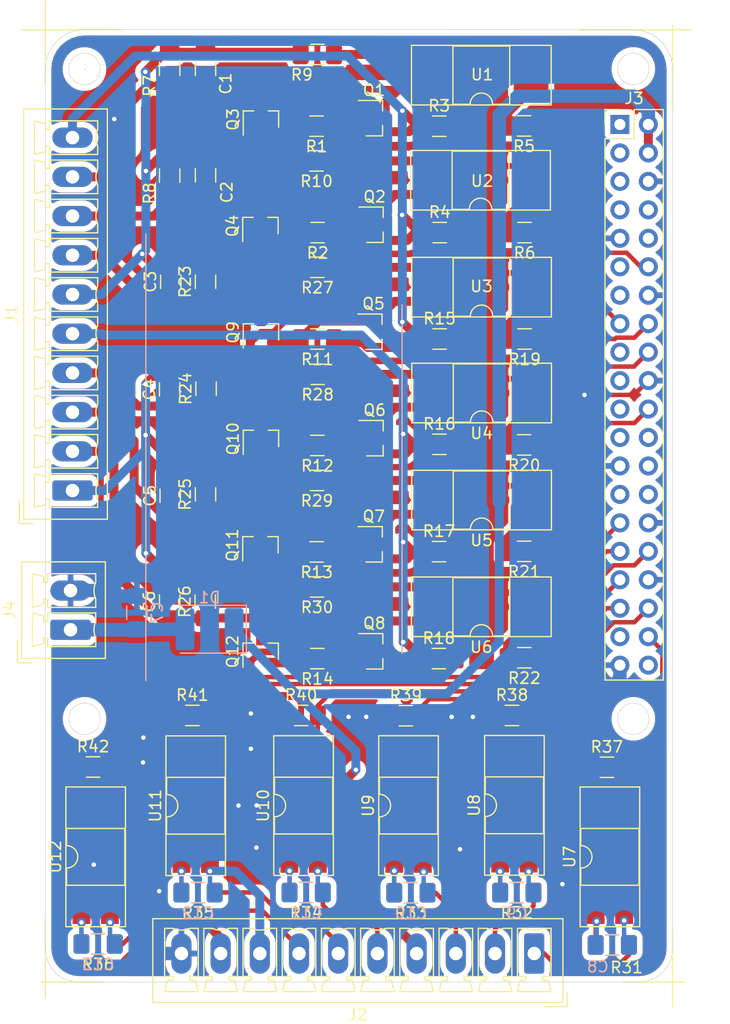
<source format=kicad_pcb>
(kicad_pcb (version 20171130) (host pcbnew 5.1.5+dfsg1-2build2)
  (layers (0 F.Cu signal) (31 B.Cu signal hide) (34 B.Paste user) (35 F.Paste user) (36 B.SilkS user) (37 F.SilkS user) (38 B.Mask user) (39 F.Mask user) (44 Edge.Cuts user))
  (net 0 "")
  (net 1 go0)
  (net 2 do00)
  (net 3 do01)
  (net 4 do12)
  (net 5 go1)
  (net 6 do02)
  (net 7 do10)
  (net 8 do11)
  (net 9 5v_1)
  (net 10 GND_1)
  (net 11 5v)
  (net 12 vo0)
  (net 13 vo1)
  (net 14 gi3)
  (net 15 di32)
  (net 16 di31)
  (net 17 di30)
  (net 18 gi2)
  (net 19 di22)
  (net 20 di21)
  (net 21 di20)
  (net 22 "Net-(J3-Pad7)")
  (net 23 "Net-(J3-Pad8)")
  (net 24 GPIO_18)
  (net 25 GPIO_22)
  (net 26 GPIO_23)
  (net 27 GPIO_24)
  (net 28 GPIO_25)
  (net 29 "Net-(J3-Pad23)")
  (net 30 "Net-(J3-Pad24)")
  (net 31 "Net-(J3-Pad27)")
  (net 32 "Net-(J3-Pad28)")
  (net 33 GPIO_5)
  (net 34 GPIO_6)
  (net 35 GPIO_12)
  (net 36 GPIO_13)
  (net 37 GPIO_19)
  (net 38 GPIO_16)
  (net 39 GPIO_20)
  (net 40 "Net-(Q1-Pad3)")
  (net 41 "Net-(Q1-Pad1)")
  (net 42 "Net-(Q2-Pad3)")
  (net 43 "Net-(Q2-Pad1)")
  (net 44 "Net-(Q5-Pad1)")
  (net 45 "Net-(Q5-Pad3)")
  (net 46 "Net-(Q10-Pad2)")
  (net 47 "Net-(Q10-Pad1)")
  (net 48 "Net-(Q11-Pad2)")
  (net 49 "Net-(Q11-Pad1)")
  (net 50 "Net-(Q12-Pad1)")
  (net 51 "Net-(Q12-Pad2)")
  (net 52 "Net-(R5-Pad2)")
  (net 53 "Net-(R6-Pad2)")
  (net 54 "Net-(R9-Pad1)")
  (net 55 "Net-(R10-Pad1)")
  (net 56 "Net-(R19-Pad2)")
  (net 57 "Net-(R20-Pad2)")
  (net 58 "Net-(R21-Pad2)")
  (net 59 "Net-(R22-Pad2)")
  (net 60 "Net-(R27-Pad1)")
  (net 61 "Net-(R28-Pad1)")
  (net 62 "Net-(R29-Pad1)")
  (net 63 "Net-(R30-Pad1)")
  (net 64 "Net-(C8-Pad1)")
  (net 65 "Net-(C9-Pad1)")
  (net 66 "Net-(C10-Pad1)")
  (net 67 "Net-(C11-Pad1)")
  (net 68 "Net-(C12-Pad1)")
  (net 69 "Net-(C13-Pad1)")
  (net 70 "Net-(J3-Pad1)")
  (net 71 "Net-(J3-Pad3)")
  (net 72 "Net-(J3-Pad5)")
  (net 73 "Net-(J3-Pad10)")
  (net 74 "Net-(J3-Pad11)")
  (net 75 "Net-(J3-Pad13)")
  (net 76 "Net-(J3-Pad17)")
  (net 77 "Net-(J3-Pad19)")
  (net 78 "Net-(J3-Pad21)")
  (net 79 "Net-(J3-Pad26)")
  (net 80 "Net-(J3-Pad37)")
  (net 81 "Net-(J3-Pad40)")
  (module Resistor_SMD:R_1206_3216Metric_Pad1.42x1.75mm_HandSolder (layer F.Cu) (at 123.9 123.375 180)
    (fp_text reference R31 (at -1.275 -2.025) (layer F.SilkS))
    (fp_text value 4K7)
    (pad 2 smd roundrect (at 1.4875 0 180) (size 1.425 1.75) (layers F.Cu F.Paste F.Mask) (roundrect_rratio 0.175439) (net 64 "Net-(C8-Pad1)"))
    (pad 1 smd roundrect (at -1.4875 0 180) (size 1.425 1.75) (layers F.Cu F.Paste F.Mask) (roundrect_rratio 0.175439) (net 21 di20))
  )
  (module Resistor_SMD:R_1206_3216Metric_Pad1.42x1.75mm_HandSolder (layer F.Cu) (at 123.4125 107.525)
    (fp_text reference R37 (at 0 -1.82) (layer F.SilkS))
    (fp_text value 4K7)
    (pad 2 smd roundrect (at 1.4875 0) (size 1.425 1.75) (layers F.Cu F.Paste F.Mask) (roundrect_rratio 0.175439) (net 39 GPIO_20))
    (pad 1 smd roundrect (at -1.4875 0) (size 1.425 1.75) (layers F.Cu F.Paste F.Mask) (roundrect_rratio 0.175439) (net 10 GND_1))
  )
  (module Package_DIP:DIP-4_W8.89mm_SMDSocket_LongPads (layer F.Cu) (at 123.68 115.52 90)
    (fp_text reference U7 (at 0 -3.6 90) (layer F.SilkS))
    (fp_text value PC817)
    (pad 4 smd rect (at 4.445 -1.27 90) (size 3.1 1.6) (layers F.Cu F.Paste F.Mask) (net 9 5v_1))
    (pad 2 smd rect (at -4.445 1.27 90) (size 3.1 1.6) (layers F.Cu F.Paste F.Mask) (net 18 gi2))
    (pad 3 smd rect (at 4.445 1.27 90) (size 3.1 1.6) (layers F.Cu F.Paste F.Mask) (net 39 GPIO_20))
    (pad 1 smd rect (at -4.445 -1.27 90) (size 3.1 1.6) (layers F.Cu F.Paste F.Mask) (net 64 "Net-(C8-Pad1)"))
  )
  (module Capacitor_SMD:C_1206_3216Metric_Pad1.42x1.75mm_HandSolder (layer B.Cu) (at 123.8875 123.4)
    (fp_text reference C8 (at -1.2875 1.925) (layer B.SilkS) (effects (justify mirror)))
    (fp_text value 10)
    (pad 1 smd roundrect (at -1.4875 0) (size 1.425 1.75) (layers B.Cu B.Paste B.Mask) (roundrect_rratio 0.175439) (net 64 "Net-(C8-Pad1)"))
    (pad 2 smd roundrect (at 1.4875 0) (size 1.425 1.75) (layers B.Cu B.Paste B.Mask) (roundrect_rratio 0.175439) (net 18 gi2))
  )
  (module Connector_PinHeader_2.54mm:PinHeader_2x20_P2.54mm_Vertical (layer F.Cu) (at 124.575 50.15)
    (fp_text reference J3 (at 1.27 -2.33) (layer F.SilkS))
    (fp_text value Conn_02x20_Odd_Even)
    (pad 1 thru_hole rect (at 0 0) (size 1.7 1.7) (drill 1) (layers *.Cu *.Mask) (net 70 "Net-(J3-Pad1)"))
    (pad 2 thru_hole oval (at 2.54 0) (size 1.7 1.7) (drill 1) (layers *.Cu *.Mask) (net 9 5v_1))
    (pad 3 thru_hole oval (at 0 2.54) (size 1.7 1.7) (drill 1) (layers *.Cu *.Mask) (net 71 "Net-(J3-Pad3)"))
    (pad 4 thru_hole oval (at 2.54 2.54) (size 1.7 1.7) (drill 1) (layers *.Cu *.Mask) (net 9 5v_1))
    (pad 5 thru_hole oval (at 0 5.08) (size 1.7 1.7) (drill 1) (layers *.Cu *.Mask) (net 72 "Net-(J3-Pad5)"))
    (pad 6 thru_hole oval (at 2.54 5.08) (size 1.7 1.7) (drill 1) (layers *.Cu *.Mask) (net 10 GND_1))
    (pad 7 thru_hole oval (at 0 7.62) (size 1.7 1.7) (drill 1) (layers *.Cu *.Mask) (net 22 "Net-(J3-Pad7)"))
    (pad 8 thru_hole oval (at 2.54 7.62) (size 1.7 1.7) (drill 1) (layers *.Cu *.Mask) (net 23 "Net-(J3-Pad8)"))
    (pad 9 thru_hole oval (at 0 10.16) (size 1.7 1.7) (drill 1) (layers *.Cu *.Mask) (net 10 GND_1))
    (pad 10 thru_hole oval (at 2.54 10.16) (size 1.7 1.7) (drill 1) (layers *.Cu *.Mask) (net 73 "Net-(J3-Pad10)"))
    (pad 11 thru_hole oval (at 0 12.7) (size 1.7 1.7) (drill 1) (layers *.Cu *.Mask) (net 74 "Net-(J3-Pad11)"))
    (pad 12 thru_hole oval (at 2.54 12.7) (size 1.7 1.7) (drill 1) (layers *.Cu *.Mask) (net 24 GPIO_18))
    (pad 13 thru_hole oval (at 0 15.24) (size 1.7 1.7) (drill 1) (layers *.Cu *.Mask) (net 75 "Net-(J3-Pad13)"))
    (pad 14 thru_hole oval (at 2.54 15.24) (size 1.7 1.7) (drill 1) (layers *.Cu *.Mask) (net 10 GND_1))
    (pad 15 thru_hole oval (at 0 17.78) (size 1.7 1.7) (drill 1) (layers *.Cu *.Mask) (net 25 GPIO_22))
    (pad 16 thru_hole oval (at 2.54 17.78) (size 1.7 1.7) (drill 1) (layers *.Cu *.Mask) (net 26 GPIO_23))
    (pad 17 thru_hole oval (at 0 20.32) (size 1.7 1.7) (drill 1) (layers *.Cu *.Mask) (net 76 "Net-(J3-Pad17)"))
    (pad 18 thru_hole oval (at 2.54 20.32) (size 1.7 1.7) (drill 1) (layers *.Cu *.Mask) (net 27 GPIO_24))
    (pad 19 thru_hole oval (at 0 22.86) (size 1.7 1.7) (drill 1) (layers *.Cu *.Mask) (net 77 "Net-(J3-Pad19)"))
    (pad 20 thru_hole oval (at 2.54 22.86) (size 1.7 1.7) (drill 1) (layers *.Cu *.Mask) (net 10 GND_1))
    (pad 21 thru_hole oval (at 0 25.4) (size 1.7 1.7) (drill 1) (layers *.Cu *.Mask) (net 78 "Net-(J3-Pad21)"))
    (pad 22 thru_hole oval (at 2.54 25.4) (size 1.7 1.7) (drill 1) (layers *.Cu *.Mask) (net 28 GPIO_25))
    (pad 23 thru_hole oval (at 0 27.94) (size 1.7 1.7) (drill 1) (layers *.Cu *.Mask) (net 29 "Net-(J3-Pad23)"))
    (pad 24 thru_hole oval (at 2.54 27.94) (size 1.7 1.7) (drill 1) (layers *.Cu *.Mask) (net 30 "Net-(J3-Pad24)"))
    (pad 25 thru_hole oval (at 0 30.48) (size 1.7 1.7) (drill 1) (layers *.Cu *.Mask) (net 10 GND_1))
    (pad 26 thru_hole oval (at 2.54 30.48) (size 1.7 1.7) (drill 1) (layers *.Cu *.Mask) (net 79 "Net-(J3-Pad26)"))
    (pad 27 thru_hole oval (at 0 33.02) (size 1.7 1.7) (drill 1) (layers *.Cu *.Mask) (net 31 "Net-(J3-Pad27)"))
    (pad 28 thru_hole oval (at 2.54 33.02) (size 1.7 1.7) (drill 1) (layers *.Cu *.Mask) (net 32 "Net-(J3-Pad28)"))
    (pad 29 thru_hole oval (at 0 35.56) (size 1.7 1.7) (drill 1) (layers *.Cu *.Mask) (net 33 GPIO_5))
    (pad 30 thru_hole oval (at 2.54 35.56) (size 1.7 1.7) (drill 1) (layers *.Cu *.Mask) (net 10 GND_1))
    (pad 31 thru_hole oval (at 0 38.1) (size 1.7 1.7) (drill 1) (layers *.Cu *.Mask) (net 34 GPIO_6))
    (pad 32 thru_hole oval (at 2.54 38.1) (size 1.7 1.7) (drill 1) (layers *.Cu *.Mask) (net 35 GPIO_12))
    (pad 33 thru_hole oval (at 0 40.64) (size 1.7 1.7) (drill 1) (layers *.Cu *.Mask) (net 36 GPIO_13))
    (pad 34 thru_hole oval (at 2.54 40.64) (size 1.7 1.7) (drill 1) (layers *.Cu *.Mask) (net 10 GND_1))
    (pad 35 thru_hole oval (at 0 43.18) (size 1.7 1.7) (drill 1) (layers *.Cu *.Mask) (net 37 GPIO_19))
    (pad 36 thru_hole oval (at 2.54 43.18) (size 1.7 1.7) (drill 1) (layers *.Cu *.Mask) (net 38 GPIO_16))
    (pad 37 thru_hole oval (at 0 45.72) (size 1.7 1.7) (drill 1) (layers *.Cu *.Mask) (net 80 "Net-(J3-Pad37)"))
    (pad 38 thru_hole oval (at 2.54 45.72) (size 1.7 1.7) (drill 1) (layers *.Cu *.Mask) (net 39 GPIO_20))
    (pad 39 thru_hole oval (at 0 48.26) (size 1.7 1.7) (drill 1) (layers *.Cu *.Mask) (net 10 GND_1))
    (pad 40 thru_hole oval (at 2.54 48.26) (size 1.7 1.7) (drill 1) (layers *.Cu *.Mask) (net 81 "Net-(J3-Pad40)"))
  )
  (module Capacitor_SMD:C_1206_3216Metric_Pad1.42x1.75mm_HandSolder (layer F.Cu) (at 87.575 45.1875 90)
    (fp_text reference C1 (at -1.3125 1.8 90) (layer F.SilkS))
    (fp_text value C)
    (pad 2 smd roundrect (at 1.4875 0 90) (size 1.425 1.75) (layers F.Cu F.Paste F.Mask) (roundrect_rratio 0.175439) (net 1 go0))
    (pad 1 smd roundrect (at -1.4875 0 90) (size 1.425 1.75) (layers F.Cu F.Paste F.Mask) (roundrect_rratio 0.175439) (net 2 do00))
  )
  (module Capacitor_SMD:C_1206_3216Metric_Pad1.42x1.75mm_HandSolder (layer F.Cu) (at 87.575 54.6875 90)
    (fp_text reference C2 (at -1.5125 1.9 90) (layer F.SilkS))
    (fp_text value C)
    (pad 2 smd roundrect (at 1.4875 0 90) (size 1.425 1.75) (layers F.Cu F.Paste F.Mask) (roundrect_rratio 0.175439) (net 1 go0))
    (pad 1 smd roundrect (at -1.4875 0 90) (size 1.425 1.75) (layers F.Cu F.Paste F.Mask) (roundrect_rratio 0.175439) (net 3 do01))
  )
  (module Capacitor_SMD:C_1206_3216Metric_Pad1.42x1.75mm_HandSolder (layer F.Cu) (at 84.475 64.1875 90)
    (fp_text reference C3 (at 0 -1.82 90) (layer F.SilkS))
    (fp_text value C)
    (pad 1 smd roundrect (at -1.4875 0 90) (size 1.425 1.75) (layers F.Cu F.Paste F.Mask) (roundrect_rratio 0.175439) (net 6 do02))
    (pad 2 smd roundrect (at 1.4875 0 90) (size 1.425 1.75) (layers F.Cu F.Paste F.Mask) (roundrect_rratio 0.175439) (net 1 go0))
  )
  (module Capacitor_SMD:C_1206_3216Metric_Pad1.42x1.75mm_HandSolder (layer F.Cu) (at 84.375 73.8 90)
    (fp_text reference C4 (at 0 -1.82 90) (layer F.SilkS))
    (fp_text value C)
    (pad 1 smd roundrect (at -1.4875 0 90) (size 1.425 1.75) (layers F.Cu F.Paste F.Mask) (roundrect_rratio 0.175439) (net 7 do10))
    (pad 2 smd roundrect (at 1.4875 0 90) (size 1.425 1.75) (layers F.Cu F.Paste F.Mask) (roundrect_rratio 0.175439) (net 5 go1))
  )
  (module Capacitor_SMD:C_1206_3216Metric_Pad1.42x1.75mm_HandSolder (layer F.Cu) (at 84.425 83.2875 90)
    (fp_text reference C5 (at 0 -1.82 90) (layer F.SilkS))
    (fp_text value C)
    (pad 2 smd roundrect (at 1.4875 0 90) (size 1.425 1.75) (layers F.Cu F.Paste F.Mask) (roundrect_rratio 0.175439) (net 5 go1))
    (pad 1 smd roundrect (at -1.4875 0 90) (size 1.425 1.75) (layers F.Cu F.Paste F.Mask) (roundrect_rratio 0.175439) (net 8 do11))
  )
  (module Capacitor_SMD:C_1206_3216Metric_Pad1.42x1.75mm_HandSolder (layer F.Cu) (at 84.375 92.7375 90)
    (fp_text reference C6 (at 0 -1.82 90) (layer F.SilkS))
    (fp_text value C)
    (pad 1 smd roundrect (at -1.4875 0 90) (size 1.425 1.75) (layers F.Cu F.Paste F.Mask) (roundrect_rratio 0.175439) (net 4 do12))
    (pad 2 smd roundrect (at 1.4875 0 90) (size 1.425 1.75) (layers F.Cu F.Paste F.Mask) (roundrect_rratio 0.175439) (net 5 go1))
  )
  (module Capacitor_SMD:C_1206_3216Metric_Pad1.42x1.75mm_HandSolder (layer B.Cu) (at 81.45 93.725 90)
    (fp_text reference C7 (at 0 1.82 90) (layer B.SilkS) (effects (justify mirror)))
    (fp_text value C)
    (pad 1 smd roundrect (at -1.4875 0 90) (size 1.425 1.75) (layers B.Cu B.Paste B.Mask) (roundrect_rratio 0.175439) (net 11 5v))
    (pad 2 smd roundrect (at 1.4875 0 90) (size 1.425 1.75) (layers B.Cu B.Paste B.Mask) (roundrect_rratio 0.175439) (net 10 GND_1))
  )
  (module Diode_SMD:D_2114_3652Metric (layer B.Cu) (at 87.9375 95.2 180)
    (fp_text reference D1 (at 0 2.82) (layer B.SilkS) (effects (justify mirror)))
    (fp_text value D_Schottky)
    (pad 1 smd roundrect (at -2.1875 0 180) (size 1.675 3.75) (layers B.Cu B.Paste B.Mask) (roundrect_rratio 0.149254) (net 9 5v_1))
    (pad 2 smd roundrect (at 2.1875 0 180) (size 1.675 3.75) (layers B.Cu B.Paste B.Mask) (roundrect_rratio 0.149254) (net 11 5v))
  )
  (module Connector_Phoenix_MC:PhoenixContact_MCV_1,5_10-G-3.5_1x10_P3.50mm_Vertical (layer F.Cu) (at 75.7 82.825 90)
    (fp_text reference J1 (at 15.75 -5.45 90) (layer F.SilkS))
    (fp_text value d_o_01x10)
    (pad 10 thru_hole oval (at 31.5 0 90) (size 1.8 3.6) (drill 1.2) (layers *.Cu *.Mask) (net 12 vo0))
    (pad 9 thru_hole oval (at 28 0 90) (size 1.8 3.6) (drill 1.2) (layers *.Cu *.Mask) (net 2 do00))
    (pad 8 thru_hole oval (at 24.5 0 90) (size 1.8 3.6) (drill 1.2) (layers *.Cu *.Mask) (net 3 do01))
    (pad 7 thru_hole oval (at 21 0 90) (size 1.8 3.6) (drill 1.2) (layers *.Cu *.Mask) (net 6 do02))
    (pad 6 thru_hole oval (at 17.5 0 90) (size 1.8 3.6) (drill 1.2) (layers *.Cu *.Mask) (net 1 go0))
    (pad 5 thru_hole oval (at 14 0 90) (size 1.8 3.6) (drill 1.2) (layers *.Cu *.Mask) (net 13 vo1))
    (pad 4 thru_hole oval (at 10.5 0 90) (size 1.8 3.6) (drill 1.2) (layers *.Cu *.Mask) (net 7 do10))
    (pad 3 thru_hole oval (at 7 0 90) (size 1.8 3.6) (drill 1.2) (layers *.Cu *.Mask) (net 8 do11))
    (pad 2 thru_hole oval (at 3.5 0 90) (size 1.8 3.6) (drill 1.2) (layers *.Cu *.Mask) (net 4 do12))
    (pad 1 thru_hole roundrect (at 0 0 90) (size 1.8 3.6) (drill 1.2) (layers *.Cu *.Mask) (roundrect_rratio 0.138889) (net 5 go1))
  )
  (module Connector_Phoenix_MC:PhoenixContact_MCV_1,5_10-G-3.5_1x10_P3.50mm_Vertical (layer F.Cu) (at 116.925 124.15 180)
    (fp_text reference J2 (at 15.75 -5.45) (layer F.SilkS))
    (fp_text value d_i_01x10)
    (pad 1 thru_hole roundrect (at 0 0 180) (size 1.8 3.6) (drill 1.2) (layers *.Cu *.Mask) (roundrect_rratio 0.138889) (net 21 di20))
    (pad 2 thru_hole oval (at 3.5 0 180) (size 1.8 3.6) (drill 1.2) (layers *.Cu *.Mask) (net 20 di21))
    (pad 3 thru_hole oval (at 7 0 180) (size 1.8 3.6) (drill 1.2) (layers *.Cu *.Mask) (net 19 di22))
    (pad 4 thru_hole oval (at 10.5 0 180) (size 1.8 3.6) (drill 1.2) (layers *.Cu *.Mask) (net 18 gi2))
    (pad 5 thru_hole oval (at 14 0 180) (size 1.8 3.6) (drill 1.2) (layers *.Cu *.Mask) (net 17 di30))
    (pad 6 thru_hole oval (at 17.5 0 180) (size 1.8 3.6) (drill 1.2) (layers *.Cu *.Mask) (net 16 di31))
    (pad 7 thru_hole oval (at 21 0 180) (size 1.8 3.6) (drill 1.2) (layers *.Cu *.Mask) (net 15 di32))
    (pad 8 thru_hole oval (at 24.5 0 180) (size 1.8 3.6) (drill 1.2) (layers *.Cu *.Mask) (net 14 gi3))
    (pad 9 thru_hole oval (at 28 0 180) (size 1.8 3.6) (drill 1.2) (layers *.Cu *.Mask) (net 9 5v_1))
    (pad 10 thru_hole oval (at 31.5 0 180) (size 1.8 3.6) (drill 1.2) (layers *.Cu *.Mask) (net 10 GND_1))
  )
  (module Connector_Phoenix_MC:PhoenixContact_MCV_1,5_2-G-3.5_1x02_P3.50mm_Vertical (layer F.Cu) (at 75.525 95.25 90)
    (fp_text reference J4 (at 1.75 -5.45 90) (layer F.SilkS))
    (fp_text value Conn_01x02)
    (pad 1 thru_hole roundrect (at 0 0 90) (size 1.8 3.6) (drill 1.2) (layers *.Cu *.Mask) (roundrect_rratio 0.138889) (net 11 5v))
    (pad 2 thru_hole oval (at 3.5 0 90) (size 1.8 3.6) (drill 1.2) (layers *.Cu *.Mask) (net 10 GND_1))
  )
  (module Package_TO_SOT_SMD:SOT-23 (layer F.Cu) (at 102.6228 49.58844)
    (fp_text reference Q1 (at 0 -2.5) (layer F.SilkS))
    (fp_text value BC856)
    (pad 3 smd rect (at 1 0) (size 0.9 0.8) (layers F.Cu F.Paste F.Mask) (net 40 "Net-(Q1-Pad3)"))
    (pad 2 smd rect (at -1 0.95) (size 0.9 0.8) (layers F.Cu F.Paste F.Mask) (net 12 vo0))
    (pad 1 smd rect (at -1 -0.95) (size 0.9 0.8) (layers F.Cu F.Paste F.Mask) (net 41 "Net-(Q1-Pad1)"))
  )
  (module Package_TO_SOT_SMD:SOT-23 (layer F.Cu) (at 102.675 59.1)
    (fp_text reference Q2 (at 0 -2.5) (layer F.SilkS))
    (fp_text value BC856)
    (pad 3 smd rect (at 1 0) (size 0.9 0.8) (layers F.Cu F.Paste F.Mask) (net 42 "Net-(Q2-Pad3)"))
    (pad 2 smd rect (at -1 0.95) (size 0.9 0.8) (layers F.Cu F.Paste F.Mask) (net 12 vo0))
    (pad 1 smd rect (at -1 -0.95) (size 0.9 0.8) (layers F.Cu F.Paste F.Mask) (net 43 "Net-(Q2-Pad1)"))
  )
  (module Package_TO_SOT_SMD:SOT-23 (layer F.Cu) (at 92.525 49.701 90)
    (fp_text reference Q3 (at 0 -2.5 90) (layer F.SilkS))
    (fp_text value VP0610T)
    (pad 1 smd rect (at -1 -0.95 90) (size 0.9 0.8) (layers F.Cu F.Paste F.Mask) (net 40 "Net-(Q1-Pad3)"))
    (pad 2 smd rect (at -1 0.95 90) (size 0.9 0.8) (layers F.Cu F.Paste F.Mask) (net 41 "Net-(Q1-Pad1)"))
    (pad 3 smd rect (at 1 0 90) (size 0.9 0.8) (layers F.Cu F.Paste F.Mask) (net 2 do00))
  )
  (module Package_TO_SOT_SMD:SOT-23 (layer F.Cu) (at 92.475 59.2 90)
    (fp_text reference Q4 (at 0 -2.5 90) (layer F.SilkS))
    (fp_text value VP0610T)
    (pad 1 smd rect (at -1 -0.95 90) (size 0.9 0.8) (layers F.Cu F.Paste F.Mask) (net 42 "Net-(Q2-Pad3)"))
    (pad 2 smd rect (at -1 0.95 90) (size 0.9 0.8) (layers F.Cu F.Paste F.Mask) (net 43 "Net-(Q2-Pad1)"))
    (pad 3 smd rect (at 1 0 90) (size 0.9 0.8) (layers F.Cu F.Paste F.Mask) (net 3 do01))
  )
  (module Package_TO_SOT_SMD:SOT-23 (layer F.Cu) (at 102.575 68.65)
    (fp_text reference Q5 (at 0 -2.5) (layer F.SilkS))
    (fp_text value BC856)
    (pad 1 smd rect (at -1 -0.95) (size 0.9 0.8) (layers F.Cu F.Paste F.Mask) (net 44 "Net-(Q5-Pad1)"))
    (pad 2 smd rect (at -1 0.95) (size 0.9 0.8) (layers F.Cu F.Paste F.Mask) (net 12 vo0))
    (pad 3 smd rect (at 1 0) (size 0.9 0.8) (layers F.Cu F.Paste F.Mask) (net 45 "Net-(Q5-Pad3)"))
  )
  (module Package_TO_SOT_SMD:SOT-23 (layer F.Cu) (at 102.675 78.15)
    (fp_text reference Q6 (at 0 -2.5) (layer F.SilkS))
    (fp_text value BC856)
    (pad 1 smd rect (at -1 -0.95) (size 0.9 0.8) (layers F.Cu F.Paste F.Mask) (net 46 "Net-(Q10-Pad2)"))
    (pad 2 smd rect (at -1 0.95) (size 0.9 0.8) (layers F.Cu F.Paste F.Mask) (net 13 vo1))
    (pad 3 smd rect (at 1 0) (size 0.9 0.8) (layers F.Cu F.Paste F.Mask) (net 47 "Net-(Q10-Pad1)"))
  )
  (module Package_TO_SOT_SMD:SOT-23 (layer F.Cu) (at 102.6 87.625)
    (fp_text reference Q7 (at 0 -2.5) (layer F.SilkS))
    (fp_text value BC856)
    (pad 1 smd rect (at -1 -0.95) (size 0.9 0.8) (layers F.Cu F.Paste F.Mask) (net 48 "Net-(Q11-Pad2)"))
    (pad 2 smd rect (at -1 0.95) (size 0.9 0.8) (layers F.Cu F.Paste F.Mask) (net 13 vo1))
    (pad 3 smd rect (at 1 0) (size 0.9 0.8) (layers F.Cu F.Paste F.Mask) (net 49 "Net-(Q11-Pad1)"))
  )
  (module Package_TO_SOT_SMD:SOT-23 (layer F.Cu) (at 102.65 97.175)
    (fp_text reference Q8 (at 0 -2.5) (layer F.SilkS))
    (fp_text value BC856)
    (pad 1 smd rect (at -1 -0.95) (size 0.9 0.8) (layers F.Cu F.Paste F.Mask) (net 51 "Net-(Q12-Pad2)"))
    (pad 2 smd rect (at -1 0.95) (size 0.9 0.8) (layers F.Cu F.Paste F.Mask) (net 13 vo1))
    (pad 3 smd rect (at 1 0) (size 0.9 0.8) (layers F.Cu F.Paste F.Mask) (net 50 "Net-(Q12-Pad1)"))
  )
  (module Package_TO_SOT_SMD:SOT-23 (layer F.Cu) (at 92.525 68.7 90)
    (fp_text reference Q9 (at 0 -2.5 90) (layer F.SilkS))
    (fp_text value VP0610T)
    (pad 3 smd rect (at 1 0 90) (size 0.9 0.8) (layers F.Cu F.Paste F.Mask) (net 6 do02))
    (pad 2 smd rect (at -1 0.95 90) (size 0.9 0.8) (layers F.Cu F.Paste F.Mask) (net 44 "Net-(Q5-Pad1)"))
    (pad 1 smd rect (at -1 -0.95 90) (size 0.9 0.8) (layers F.Cu F.Paste F.Mask) (net 45 "Net-(Q5-Pad3)"))
  )
  (module Package_TO_SOT_SMD:SOT-23 (layer F.Cu) (at 92.525 78.2 90)
    (fp_text reference Q10 (at 0 -2.5 90) (layer F.SilkS))
    (fp_text value VP0610T)
    (pad 3 smd rect (at 1 0 90) (size 0.9 0.8) (layers F.Cu F.Paste F.Mask) (net 7 do10))
    (pad 2 smd rect (at -1 0.95 90) (size 0.9 0.8) (layers F.Cu F.Paste F.Mask) (net 46 "Net-(Q10-Pad2)"))
    (pad 1 smd rect (at -1 -0.95 90) (size 0.9 0.8) (layers F.Cu F.Paste F.Mask) (net 47 "Net-(Q10-Pad1)"))
  )
  (module Package_TO_SOT_SMD:SOT-23 (layer F.Cu) (at 92.475 87.7 90)
    (fp_text reference Q11 (at 0 -2.5 90) (layer F.SilkS))
    (fp_text value VP0610T)
    (pad 3 smd rect (at 1 0 90) (size 0.9 0.8) (layers F.Cu F.Paste F.Mask) (net 8 do11))
    (pad 2 smd rect (at -1 0.95 90) (size 0.9 0.8) (layers F.Cu F.Paste F.Mask) (net 48 "Net-(Q11-Pad2)"))
    (pad 1 smd rect (at -1 -0.95 90) (size 0.9 0.8) (layers F.Cu F.Paste F.Mask) (net 49 "Net-(Q11-Pad1)"))
  )
  (module Package_TO_SOT_SMD:SOT-23 (layer F.Cu) (at 92.5 97.2 90)
    (fp_text reference Q12 (at 0 -2.5 90) (layer F.SilkS))
    (fp_text value VP0610T)
    (pad 3 smd rect (at 1 0 90) (size 0.9 0.8) (layers F.Cu F.Paste F.Mask) (net 4 do12))
    (pad 2 smd rect (at -1 0.95 90) (size 0.9 0.8) (layers F.Cu F.Paste F.Mask) (net 51 "Net-(Q12-Pad2)"))
    (pad 1 smd rect (at -1 -0.95 90) (size 0.9 0.8) (layers F.Cu F.Paste F.Mask) (net 50 "Net-(Q12-Pad1)"))
  )
  (module Resistor_SMD:R_1206_3216Metric_Pad1.42x1.75mm_HandSolder (layer F.Cu) (at 97.4875 50.3 180)
    (fp_text reference R1 (at 0 -1.82) (layer F.SilkS))
    (fp_text value 7R)
    (pad 2 smd roundrect (at 1.4875 0 180) (size 1.425 1.75) (layers F.Cu F.Paste F.Mask) (roundrect_rratio 0.175439) (net 41 "Net-(Q1-Pad1)"))
    (pad 1 smd roundrect (at -1.4875 0 180) (size 1.425 1.75) (layers F.Cu F.Paste F.Mask) (roundrect_rratio 0.175439) (net 12 vo0))
  )
  (module Resistor_SMD:R_1206_3216Metric_Pad1.42x1.75mm_HandSolder (layer F.Cu) (at 97.5875 59.8 180)
    (fp_text reference R2 (at 0 -1.82) (layer F.SilkS))
    (fp_text value 7R)
    (pad 2 smd roundrect (at 1.4875 0 180) (size 1.425 1.75) (layers F.Cu F.Paste F.Mask) (roundrect_rratio 0.175439) (net 43 "Net-(Q2-Pad1)"))
    (pad 1 smd roundrect (at -1.4875 0 180) (size 1.425 1.75) (layers F.Cu F.Paste F.Mask) (roundrect_rratio 0.175439) (net 12 vo0))
  )
  (module Resistor_SMD:R_1206_3216Metric_Pad1.42x1.75mm_HandSolder (layer F.Cu) (at 108.44016 50.30476)
    (fp_text reference R3 (at 0 -1.82) (layer F.SilkS))
    (fp_text value 10K)
    (pad 2 smd roundrect (at 1.4875 0) (size 1.425 1.75) (layers F.Cu F.Paste F.Mask) (roundrect_rratio 0.175439) (net 40 "Net-(Q1-Pad3)"))
    (pad 1 smd roundrect (at -1.4875 0) (size 1.425 1.75) (layers F.Cu F.Paste F.Mask) (roundrect_rratio 0.175439) (net 12 vo0))
  )
  (module Resistor_SMD:R_1206_3216Metric_Pad1.42x1.75mm_HandSolder (layer F.Cu) (at 108.4875 59.8)
    (fp_text reference R4 (at 0 -1.82) (layer F.SilkS))
    (fp_text value 10K)
    (pad 1 smd roundrect (at -1.4875 0) (size 1.425 1.75) (layers F.Cu F.Paste F.Mask) (roundrect_rratio 0.175439) (net 12 vo0))
    (pad 2 smd roundrect (at 1.4875 0) (size 1.425 1.75) (layers F.Cu F.Paste F.Mask) (roundrect_rratio 0.175439) (net 42 "Net-(Q2-Pad3)"))
  )
  (module Resistor_SMD:R_1206_3216Metric_Pad1.42x1.75mm_HandSolder (layer F.Cu) (at 116.01538 50.27936 180)
    (fp_text reference R5 (at 0 -1.82) (layer F.SilkS))
    (fp_text value 1K2)
    (pad 1 smd roundrect (at -1.4875 0 180) (size 1.425 1.75) (layers F.Cu F.Paste F.Mask) (roundrect_rratio 0.175439) (net 24 GPIO_18))
    (pad 2 smd roundrect (at 1.4875 0 180) (size 1.425 1.75) (layers F.Cu F.Paste F.Mask) (roundrect_rratio 0.175439) (net 52 "Net-(R5-Pad2)"))
  )
  (module Resistor_SMD:R_1206_3216Metric_Pad1.42x1.75mm_HandSolder (layer F.Cu) (at 116.0625 59.8 180)
    (fp_text reference R6 (at 0 -1.82) (layer F.SilkS))
    (fp_text value 1K2)
    (pad 1 smd roundrect (at -1.4875 0 180) (size 1.425 1.75) (layers F.Cu F.Paste F.Mask) (roundrect_rratio 0.175439) (net 25 GPIO_22))
    (pad 2 smd roundrect (at 1.4875 0 180) (size 1.425 1.75) (layers F.Cu F.Paste F.Mask) (roundrect_rratio 0.175439) (net 53 "Net-(R6-Pad2)"))
  )
  (module Resistor_SMD:R_1206_3216Metric_Pad1.42x1.75mm_HandSolder (layer F.Cu) (at 84.375 45.1875 90)
    (fp_text reference R7 (at -1.5125 -1.82 90) (layer F.SilkS))
    (fp_text value 10K)
    (pad 2 smd roundrect (at 1.4875 0 90) (size 1.425 1.75) (layers F.Cu F.Paste F.Mask) (roundrect_rratio 0.175439) (net 1 go0))
    (pad 1 smd roundrect (at -1.4875 0 90) (size 1.425 1.75) (layers F.Cu F.Paste F.Mask) (roundrect_rratio 0.175439) (net 2 do00))
  )
  (module Resistor_SMD:R_1206_3216Metric_Pad1.42x1.75mm_HandSolder (layer F.Cu) (at 84.375 54.7125 90)
    (fp_text reference R8 (at -1.5875 -1.8 90) (layer F.SilkS))
    (fp_text value 10K)
    (pad 2 smd roundrect (at 1.4875 0 90) (size 1.425 1.75) (layers F.Cu F.Paste F.Mask) (roundrect_rratio 0.175439) (net 1 go0))
    (pad 1 smd roundrect (at -1.4875 0 90) (size 1.425 1.75) (layers F.Cu F.Paste F.Mask) (roundrect_rratio 0.175439) (net 3 do01))
  )
  (module Resistor_SMD:R_1206_3216Metric_Pad1.42x1.75mm_HandSolder (layer F.Cu) (at 97.5625 43.9 180)
    (fp_text reference R9 (at 1.3875 -1.82) (layer F.SilkS))
    (fp_text value 1K5)
    (pad 1 smd roundrect (at -1.4875 0 180) (size 1.425 1.75) (layers F.Cu F.Paste F.Mask) (roundrect_rratio 0.175439) (net 54 "Net-(R9-Pad1)"))
    (pad 2 smd roundrect (at 1.4875 0 180) (size 1.425 1.75) (layers F.Cu F.Paste F.Mask) (roundrect_rratio 0.175439) (net 1 go0))
  )
  (module Resistor_SMD:R_1206_3216Metric_Pad1.42x1.75mm_HandSolder (layer F.Cu) (at 97.4875 53.4 180)
    (fp_text reference R10 (at 0 -1.82) (layer F.SilkS))
    (fp_text value 1K5)
    (pad 1 smd roundrect (at -1.4875 0 180) (size 1.425 1.75) (layers F.Cu F.Paste F.Mask) (roundrect_rratio 0.175439) (net 55 "Net-(R10-Pad1)"))
    (pad 2 smd roundrect (at 1.4875 0 180) (size 1.425 1.75) (layers F.Cu F.Paste F.Mask) (roundrect_rratio 0.175439) (net 1 go0))
  )
  (module Resistor_SMD:R_1206_3216Metric_Pad1.42x1.75mm_HandSolder (layer F.Cu) (at 97.5625 69.3 180)
    (fp_text reference R11 (at 0 -1.82) (layer F.SilkS))
    (fp_text value 7R)
    (pad 2 smd roundrect (at 1.4875 0 180) (size 1.425 1.75) (layers F.Cu F.Paste F.Mask) (roundrect_rratio 0.175439) (net 44 "Net-(Q5-Pad1)"))
    (pad 1 smd roundrect (at -1.4875 0 180) (size 1.425 1.75) (layers F.Cu F.Paste F.Mask) (roundrect_rratio 0.175439) (net 12 vo0))
  )
  (module Resistor_SMD:R_1206_3216Metric_Pad1.42x1.75mm_HandSolder (layer F.Cu) (at 97.5625 78.8 180)
    (fp_text reference R12 (at 0 -1.82) (layer F.SilkS))
    (fp_text value 7R)
    (pad 2 smd roundrect (at 1.4875 0 180) (size 1.425 1.75) (layers F.Cu F.Paste F.Mask) (roundrect_rratio 0.175439) (net 46 "Net-(Q10-Pad2)"))
    (pad 1 smd roundrect (at -1.4875 0 180) (size 1.425 1.75) (layers F.Cu F.Paste F.Mask) (roundrect_rratio 0.175439) (net 13 vo1))
  )
  (module Resistor_SMD:R_1206_3216Metric_Pad1.42x1.75mm_HandSolder (layer F.Cu) (at 97.5 88.3 180)
    (fp_text reference R13 (at 0 -1.82) (layer F.SilkS))
    (fp_text value 7R)
    (pad 2 smd roundrect (at 1.4875 0 180) (size 1.425 1.75) (layers F.Cu F.Paste F.Mask) (roundrect_rratio 0.175439) (net 48 "Net-(Q11-Pad2)"))
    (pad 1 smd roundrect (at -1.4875 0 180) (size 1.425 1.75) (layers F.Cu F.Paste F.Mask) (roundrect_rratio 0.175439) (net 13 vo1))
  )
  (module Resistor_SMD:R_1206_3216Metric_Pad1.42x1.75mm_HandSolder (layer F.Cu) (at 97.5625 97.825 180)
    (fp_text reference R14 (at 0 -1.82) (layer F.SilkS))
    (fp_text value 7R)
    (pad 1 smd roundrect (at -1.4875 0 180) (size 1.425 1.75) (layers F.Cu F.Paste F.Mask) (roundrect_rratio 0.175439) (net 13 vo1))
    (pad 2 smd roundrect (at 1.4875 0 180) (size 1.425 1.75) (layers F.Cu F.Paste F.Mask) (roundrect_rratio 0.175439) (net 51 "Net-(Q12-Pad2)"))
  )
  (module Resistor_SMD:R_1206_3216Metric_Pad1.42x1.75mm_HandSolder (layer F.Cu) (at 108.475 69.3)
    (fp_text reference R15 (at 0 -1.82) (layer F.SilkS))
    (fp_text value 10K)
    (pad 1 smd roundrect (at -1.4875 0) (size 1.425 1.75) (layers F.Cu F.Paste F.Mask) (roundrect_rratio 0.175439) (net 12 vo0))
    (pad 2 smd roundrect (at 1.4875 0) (size 1.425 1.75) (layers F.Cu F.Paste F.Mask) (roundrect_rratio 0.175439) (net 45 "Net-(Q5-Pad3)"))
  )
  (module Resistor_SMD:R_1206_3216Metric_Pad1.42x1.75mm_HandSolder (layer F.Cu) (at 108.4625 78.7)
    (fp_text reference R16 (at 0 -1.82) (layer F.SilkS))
    (fp_text value 10K)
    (pad 2 smd roundrect (at 1.4875 0) (size 1.425 1.75) (layers F.Cu F.Paste F.Mask) (roundrect_rratio 0.175439) (net 47 "Net-(Q10-Pad1)"))
    (pad 1 smd roundrect (at -1.4875 0) (size 1.425 1.75) (layers F.Cu F.Paste F.Mask) (roundrect_rratio 0.175439) (net 13 vo1))
  )
  (module Resistor_SMD:R_1206_3216Metric_Pad1.42x1.75mm_HandSolder (layer F.Cu) (at 108.425 88.275)
    (fp_text reference R17 (at 0 -1.82) (layer F.SilkS))
    (fp_text value 10K)
    (pad 2 smd roundrect (at 1.4875 0) (size 1.425 1.75) (layers F.Cu F.Paste F.Mask) (roundrect_rratio 0.175439) (net 49 "Net-(Q11-Pad1)"))
    (pad 1 smd roundrect (at -1.4875 0) (size 1.425 1.75) (layers F.Cu F.Paste F.Mask) (roundrect_rratio 0.175439) (net 13 vo1))
  )
  (module Resistor_SMD:R_1206_3216Metric_Pad1.42x1.75mm_HandSolder (layer F.Cu) (at 108.4125 97.825)
    (fp_text reference R18 (at 0 -1.82) (layer F.SilkS))
    (fp_text value 10K)
    (pad 2 smd roundrect (at 1.4875 0) (size 1.425 1.75) (layers F.Cu F.Paste F.Mask) (roundrect_rratio 0.175439) (net 50 "Net-(Q12-Pad1)"))
    (pad 1 smd roundrect (at -1.4875 0) (size 1.425 1.75) (layers F.Cu F.Paste F.Mask) (roundrect_rratio 0.175439) (net 13 vo1))
  )
  (module Resistor_SMD:R_1206_3216Metric_Pad1.42x1.75mm_HandSolder (layer F.Cu) (at 116.0625 69.3 180)
    (fp_text reference R19 (at 0 -1.82) (layer F.SilkS))
    (fp_text value 1K2)
    (pad 1 smd roundrect (at -1.4875 0 180) (size 1.425 1.75) (layers F.Cu F.Paste F.Mask) (roundrect_rratio 0.175439) (net 26 GPIO_23))
    (pad 2 smd roundrect (at 1.4875 0 180) (size 1.425 1.75) (layers F.Cu F.Paste F.Mask) (roundrect_rratio 0.175439) (net 56 "Net-(R19-Pad2)"))
  )
  (module Resistor_SMD:R_1206_3216Metric_Pad1.42x1.75mm_HandSolder (layer F.Cu) (at 116.025 78.75 180)
    (fp_text reference R20 (at 0 -1.82) (layer F.SilkS))
    (fp_text value 1K2)
    (pad 1 smd roundrect (at -1.4875 0 180) (size 1.425 1.75) (layers F.Cu F.Paste F.Mask) (roundrect_rratio 0.175439) (net 27 GPIO_24))
    (pad 2 smd roundrect (at 1.4875 0 180) (size 1.425 1.75) (layers F.Cu F.Paste F.Mask) (roundrect_rratio 0.175439) (net 57 "Net-(R20-Pad2)"))
  )
  (module Resistor_SMD:R_1206_3216Metric_Pad1.42x1.75mm_HandSolder (layer F.Cu) (at 116.025 88.25 180)
    (fp_text reference R21 (at 0 -1.82) (layer F.SilkS))
    (fp_text value 1K2)
    (pad 1 smd roundrect (at -1.4875 0 180) (size 1.425 1.75) (layers F.Cu F.Paste F.Mask) (roundrect_rratio 0.175439) (net 28 GPIO_25))
    (pad 2 smd roundrect (at 1.4875 0 180) (size 1.425 1.75) (layers F.Cu F.Paste F.Mask) (roundrect_rratio 0.175439) (net 58 "Net-(R21-Pad2)"))
  )
  (module Resistor_SMD:R_1206_3216Metric_Pad1.42x1.75mm_HandSolder (layer F.Cu) (at 116.0375 97.75 180)
    (fp_text reference R22 (at 0 -1.82) (layer F.SilkS))
    (fp_text value 1K2)
    (pad 2 smd roundrect (at 1.4875 0 180) (size 1.425 1.75) (layers F.Cu F.Paste F.Mask) (roundrect_rratio 0.175439) (net 59 "Net-(R22-Pad2)"))
    (pad 1 smd roundrect (at -1.4875 0 180) (size 1.425 1.75) (layers F.Cu F.Paste F.Mask) (roundrect_rratio 0.175439) (net 33 GPIO_5))
  )
  (module Resistor_SMD:R_1206_3216Metric_Pad1.42x1.75mm_HandSolder (layer F.Cu) (at 87.575 64.1875 90)
    (fp_text reference R23 (at 0 -1.82 90) (layer F.SilkS))
    (fp_text value 10K)
    (pad 2 smd roundrect (at 1.4875 0 90) (size 1.425 1.75) (layers F.Cu F.Paste F.Mask) (roundrect_rratio 0.175439) (net 1 go0))
    (pad 1 smd roundrect (at -1.4875 0 90) (size 1.425 1.75) (layers F.Cu F.Paste F.Mask) (roundrect_rratio 0.175439) (net 6 do02))
  )
  (module Resistor_SMD:R_1206_3216Metric_Pad1.42x1.75mm_HandSolder (layer F.Cu) (at 87.625 73.7375 90)
    (fp_text reference R24 (at 0 -1.82 90) (layer F.SilkS))
    (fp_text value 10K)
    (pad 1 smd roundrect (at -1.4875 0 90) (size 1.425 1.75) (layers F.Cu F.Paste F.Mask) (roundrect_rratio 0.175439) (net 7 do10))
    (pad 2 smd roundrect (at 1.4875 0 90) (size 1.425 1.75) (layers F.Cu F.Paste F.Mask) (roundrect_rratio 0.175439) (net 5 go1))
  )
  (module Resistor_SMD:R_1206_3216Metric_Pad1.42x1.75mm_HandSolder (layer F.Cu) (at 87.575 83.1625 90)
    (fp_text reference R25 (at 0 -1.82 90) (layer F.SilkS))
    (fp_text value 10K)
    (pad 1 smd roundrect (at -1.4875 0 90) (size 1.425 1.75) (layers F.Cu F.Paste F.Mask) (roundrect_rratio 0.175439) (net 8 do11))
    (pad 2 smd roundrect (at 1.4875 0 90) (size 1.425 1.75) (layers F.Cu F.Paste F.Mask) (roundrect_rratio 0.175439) (net 5 go1))
  )
  (module Resistor_SMD:R_1206_3216Metric_Pad1.42x1.75mm_HandSolder (layer F.Cu) (at 87.55 92.7375 90)
    (fp_text reference R26 (at 0 -1.82 90) (layer F.SilkS))
    (fp_text value 10K)
    (pad 2 smd roundrect (at 1.4875 0 90) (size 1.425 1.75) (layers F.Cu F.Paste F.Mask) (roundrect_rratio 0.175439) (net 5 go1))
    (pad 1 smd roundrect (at -1.4875 0 90) (size 1.425 1.75) (layers F.Cu F.Paste F.Mask) (roundrect_rratio 0.175439) (net 4 do12))
  )
  (module Resistor_SMD:R_1206_3216Metric_Pad1.42x1.75mm_HandSolder (layer F.Cu) (at 97.5625 62.9 180)
    (fp_text reference R27 (at 0 -1.82) (layer F.SilkS))
    (fp_text value 2K2)
    (pad 1 smd roundrect (at -1.4875 0 180) (size 1.425 1.75) (layers F.Cu F.Paste F.Mask) (roundrect_rratio 0.175439) (net 60 "Net-(R27-Pad1)"))
    (pad 2 smd roundrect (at 1.4875 0 180) (size 1.425 1.75) (layers F.Cu F.Paste F.Mask) (roundrect_rratio 0.175439) (net 1 go0))
  )
  (module Resistor_SMD:R_1206_3216Metric_Pad1.42x1.75mm_HandSolder (layer F.Cu) (at 97.5875 72.45 180)
    (fp_text reference R28 (at 0 -1.82) (layer F.SilkS))
    (fp_text value 2K2)
    (pad 1 smd roundrect (at -1.4875 0 180) (size 1.425 1.75) (layers F.Cu F.Paste F.Mask) (roundrect_rratio 0.175439) (net 61 "Net-(R28-Pad1)"))
    (pad 2 smd roundrect (at 1.4875 0 180) (size 1.425 1.75) (layers F.Cu F.Paste F.Mask) (roundrect_rratio 0.175439) (net 5 go1))
  )
  (module Resistor_SMD:R_1206_3216Metric_Pad1.42x1.75mm_HandSolder (layer F.Cu) (at 97.525 81.925 180)
    (fp_text reference R29 (at 0 -1.82) (layer F.SilkS))
    (fp_text value 2K2)
    (pad 1 smd roundrect (at -1.4875 0 180) (size 1.425 1.75) (layers F.Cu F.Paste F.Mask) (roundrect_rratio 0.175439) (net 62 "Net-(R29-Pad1)"))
    (pad 2 smd roundrect (at 1.4875 0 180) (size 1.425 1.75) (layers F.Cu F.Paste F.Mask) (roundrect_rratio 0.175439) (net 5 go1))
  )
  (module Resistor_SMD:R_1206_3216Metric_Pad1.42x1.75mm_HandSolder (layer F.Cu) (at 97.5375 91.425 180)
    (fp_text reference R30 (at 0 -1.82) (layer F.SilkS))
    (fp_text value 2K2)
    (pad 1 smd roundrect (at -1.4875 0 180) (size 1.425 1.75) (layers F.Cu F.Paste F.Mask) (roundrect_rratio 0.175439) (net 63 "Net-(R30-Pad1)"))
    (pad 2 smd roundrect (at 1.4875 0 180) (size 1.425 1.75) (layers F.Cu F.Paste F.Mask) (roundrect_rratio 0.175439) (net 5 go1))
  )
  (module Resistor_SMD:R_1206_3216Metric_Pad1.42x1.75mm_HandSolder (layer F.Cu) (at 115.375 118.7 180)
    (fp_text reference R32 (at 0 -1.82) (layer F.SilkS))
    (fp_text value 4K7)
    (pad 1 smd roundrect (at -1.4875 0 180) (size 1.425 1.75) (layers F.Cu F.Paste F.Mask) (roundrect_rratio 0.175439) (net 20 di21))
    (pad 2 smd roundrect (at 1.4875 0 180) (size 1.425 1.75) (layers F.Cu F.Paste F.Mask) (roundrect_rratio 0.175439) (net 65 "Net-(C9-Pad1)"))
  )
  (module Resistor_SMD:R_1206_3216Metric_Pad1.42x1.75mm_HandSolder (layer F.Cu) (at 105.9125 118.725 180)
    (fp_text reference R33 (at 0 -1.82) (layer F.SilkS))
    (fp_text value 4K7)
    (pad 1 smd roundrect (at -1.4875 0 180) (size 1.425 1.75) (layers F.Cu F.Paste F.Mask) (roundrect_rratio 0.175439) (net 19 di22))
    (pad 2 smd roundrect (at 1.4875 0 180) (size 1.425 1.75) (layers F.Cu F.Paste F.Mask) (roundrect_rratio 0.175439) (net 66 "Net-(C10-Pad1)"))
  )
  (module Resistor_SMD:R_1206_3216Metric_Pad1.42x1.75mm_HandSolder (layer F.Cu) (at 96.5625 118.7 180)
    (fp_text reference R34 (at 0 -1.82) (layer F.SilkS))
    (fp_text value 4K7)
    (pad 1 smd roundrect (at -1.4875 0 180) (size 1.425 1.75) (layers F.Cu F.Paste F.Mask) (roundrect_rratio 0.175439) (net 17 di30))
    (pad 2 smd roundrect (at 1.4875 0 180) (size 1.425 1.75) (layers F.Cu F.Paste F.Mask) (roundrect_rratio 0.175439) (net 67 "Net-(C11-Pad1)"))
  )
  (module Resistor_SMD:R_1206_3216Metric_Pad1.42x1.75mm_HandSolder (layer F.Cu) (at 86.9125 118.7 180)
    (fp_text reference R35 (at 0 -1.82) (layer F.SilkS))
    (fp_text value 4K7)
    (pad 1 smd roundrect (at -1.4875 0 180) (size 1.425 1.75) (layers F.Cu F.Paste F.Mask) (roundrect_rratio 0.175439) (net 16 di31))
    (pad 2 smd roundrect (at 1.4875 0 180) (size 1.425 1.75) (layers F.Cu F.Paste F.Mask) (roundrect_rratio 0.175439) (net 68 "Net-(C12-Pad1)"))
  )
  (module Resistor_SMD:R_1206_3216Metric_Pad1.42x1.75mm_HandSolder (layer F.Cu) (at 77.9875 123.3 180)
    (fp_text reference R36 (at 0 -1.82) (layer F.SilkS))
    (fp_text value 4K7)
    (pad 1 smd roundrect (at -1.4875 0 180) (size 1.425 1.75) (layers F.Cu F.Paste F.Mask) (roundrect_rratio 0.175439) (net 15 di32))
    (pad 2 smd roundrect (at 1.4875 0 180) (size 1.425 1.75) (layers F.Cu F.Paste F.Mask) (roundrect_rratio 0.175439) (net 69 "Net-(C13-Pad1)"))
  )
  (module Resistor_SMD:R_1206_3216Metric_Pad1.42x1.75mm_HandSolder (layer F.Cu) (at 114.9375 102.9)
    (fp_text reference R38 (at 0 -1.82) (layer F.SilkS))
    (fp_text value 4K7)
    (pad 2 smd roundrect (at 1.4875 0) (size 1.425 1.75) (layers F.Cu F.Paste F.Mask) (roundrect_rratio 0.175439) (net 38 GPIO_16))
    (pad 1 smd roundrect (at -1.4875 0) (size 1.425 1.75) (layers F.Cu F.Paste F.Mask) (roundrect_rratio 0.175439) (net 10 GND_1))
  )
  (module Resistor_SMD:R_1206_3216Metric_Pad1.42x1.75mm_HandSolder (layer F.Cu) (at 105.4625 102.925)
    (fp_text reference R39 (at 0 -1.82) (layer F.SilkS))
    (fp_text value 4K7)
    (pad 2 smd roundrect (at 1.4875 0) (size 1.425 1.75) (layers F.Cu F.Paste F.Mask) (roundrect_rratio 0.175439) (net 37 GPIO_19))
    (pad 1 smd roundrect (at -1.4875 0) (size 1.425 1.75) (layers F.Cu F.Paste F.Mask) (roundrect_rratio 0.175439) (net 10 GND_1))
  )
  (module Resistor_SMD:R_1206_3216Metric_Pad1.42x1.75mm_HandSolder (layer F.Cu) (at 96.1125 102.9)
    (fp_text reference R40 (at 0 -1.82) (layer F.SilkS))
    (fp_text value 4K7)
    (pad 2 smd roundrect (at 1.4875 0) (size 1.425 1.75) (layers F.Cu F.Paste F.Mask) (roundrect_rratio 0.175439) (net 36 GPIO_13))
    (pad 1 smd roundrect (at -1.4875 0) (size 1.425 1.75) (layers F.Cu F.Paste F.Mask) (roundrect_rratio 0.175439) (net 10 GND_1))
  )
  (module Resistor_SMD:R_1206_3216Metric_Pad1.42x1.75mm_HandSolder (layer F.Cu) (at 86.4 102.9)
    (fp_text reference R41 (at 0 -1.82) (layer F.SilkS))
    (fp_text value 4K7)
    (pad 2 smd roundrect (at 1.4875 0) (size 1.425 1.75) (layers F.Cu F.Paste F.Mask) (roundrect_rratio 0.175439) (net 35 GPIO_12))
    (pad 1 smd roundrect (at -1.4875 0) (size 1.425 1.75) (layers F.Cu F.Paste F.Mask) (roundrect_rratio 0.175439) (net 10 GND_1))
  )
  (module Resistor_SMD:R_1206_3216Metric_Pad1.42x1.75mm_HandSolder (layer F.Cu) (at 77.5375 107.5)
    (fp_text reference R42 (at 0 -1.82) (layer F.SilkS))
    (fp_text value 4K7)
    (pad 2 smd roundrect (at 1.4875 0) (size 1.425 1.75) (layers F.Cu F.Paste F.Mask) (roundrect_rratio 0.175439) (net 34 GPIO_6))
    (pad 1 smd roundrect (at -1.4875 0) (size 1.425 1.75) (layers F.Cu F.Paste F.Mask) (roundrect_rratio 0.175439) (net 10 GND_1))
  )
  (module Package_DIP:DIP-4_W8.89mm_SMDSocket_LongPads (layer F.Cu) (at 112.2019 45.748 180)
    (fp_text reference U1 (at -0.0731 0.048) (layer F.SilkS))
    (fp_text value PC817)
    (pad 4 smd rect (at 4.445 -1.27 180) (size 3.1 1.6) (layers F.Cu F.Paste F.Mask) (net 40 "Net-(Q1-Pad3)"))
    (pad 2 smd rect (at -4.445 1.27 180) (size 3.1 1.6) (layers F.Cu F.Paste F.Mask) (net 10 GND_1))
    (pad 3 smd rect (at 4.445 1.27 180) (size 3.1 1.6) (layers F.Cu F.Paste F.Mask) (net 54 "Net-(R9-Pad1)"))
    (pad 1 smd rect (at -4.445 -1.27 180) (size 3.1 1.6) (layers F.Cu F.Paste F.Mask) (net 52 "Net-(R5-Pad2)"))
  )
  (module Package_DIP:DIP-4_W8.89mm_SMDSocket_LongPads (layer F.Cu) (at 112.13 55.13 180)
    (fp_text reference U2 (at -0.145 -0.07) (layer F.SilkS))
    (fp_text value PC817)
    (pad 4 smd rect (at 4.445 -1.27 180) (size 3.1 1.6) (layers F.Cu F.Paste F.Mask) (net 42 "Net-(Q2-Pad3)"))
    (pad 2 smd rect (at -4.445 1.27 180) (size 3.1 1.6) (layers F.Cu F.Paste F.Mask) (net 10 GND_1))
    (pad 3 smd rect (at 4.445 1.27 180) (size 3.1 1.6) (layers F.Cu F.Paste F.Mask) (net 55 "Net-(R10-Pad1)"))
    (pad 1 smd rect (at -4.445 -1.27 180) (size 3.1 1.6) (layers F.Cu F.Paste F.Mask) (net 53 "Net-(R6-Pad2)"))
  )
  (module Package_DIP:DIP-4_W8.89mm_SMDSocket_LongPads (layer F.Cu) (at 112.22 64.67 180)
    (fp_text reference U3 (at 0 0.07) (layer F.SilkS))
    (fp_text value PC817)
    (pad 1 smd rect (at -4.445 -1.27 180) (size 3.1 1.6) (layers F.Cu F.Paste F.Mask) (net 56 "Net-(R19-Pad2)"))
    (pad 3 smd rect (at 4.445 1.27 180) (size 3.1 1.6) (layers F.Cu F.Paste F.Mask) (net 60 "Net-(R27-Pad1)"))
    (pad 2 smd rect (at -4.445 1.27 180) (size 3.1 1.6) (layers F.Cu F.Paste F.Mask) (net 10 GND_1))
    (pad 4 smd rect (at 4.445 -1.27 180) (size 3.1 1.6) (layers F.Cu F.Paste F.Mask) (net 45 "Net-(Q5-Pad3)"))
  )
  (module Package_DIP:DIP-4_W8.89mm_SMDSocket_LongPads (layer F.Cu) (at 112.23 74.12 180)
    (fp_text reference U4 (at 0 -3.6) (layer F.SilkS))
    (fp_text value PC817)
    (pad 1 smd rect (at -4.445 -1.27 180) (size 3.1 1.6) (layers F.Cu F.Paste F.Mask) (net 57 "Net-(R20-Pad2)"))
    (pad 3 smd rect (at 4.445 1.27 180) (size 3.1 1.6) (layers F.Cu F.Paste F.Mask) (net 61 "Net-(R28-Pad1)"))
    (pad 2 smd rect (at -4.445 1.27 180) (size 3.1 1.6) (layers F.Cu F.Paste F.Mask) (net 10 GND_1))
    (pad 4 smd rect (at 4.445 -1.27 180) (size 3.1 1.6) (layers F.Cu F.Paste F.Mask) (net 47 "Net-(Q10-Pad1)"))
  )
  (module Package_DIP:DIP-4_W8.89mm_SMDSocket_LongPads (layer F.Cu) (at 112.225 83.675 180)
    (fp_text reference U5 (at 0 -3.6) (layer F.SilkS))
    (fp_text value PC817)
    (pad 1 smd rect (at -4.445 -1.27 180) (size 3.1 1.6) (layers F.Cu F.Paste F.Mask) (net 58 "Net-(R21-Pad2)"))
    (pad 3 smd rect (at 4.445 1.27 180) (size 3.1 1.6) (layers F.Cu F.Paste F.Mask) (net 62 "Net-(R29-Pad1)"))
    (pad 2 smd rect (at -4.445 1.27 180) (size 3.1 1.6) (layers F.Cu F.Paste F.Mask) (net 10 GND_1))
    (pad 4 smd rect (at 4.445 -1.27 180) (size 3.1 1.6) (layers F.Cu F.Paste F.Mask) (net 49 "Net-(Q11-Pad1)"))
  )
  (module Package_DIP:DIP-4_W8.89mm_SMDSocket_LongPads (layer F.Cu) (at 112.2 93.2 180)
    (fp_text reference U6 (at 0 -3.6) (layer F.SilkS))
    (fp_text value PC817)
    (pad 4 smd rect (at 4.445 -1.27 180) (size 3.1 1.6) (layers F.Cu F.Paste F.Mask) (net 50 "Net-(Q12-Pad1)"))
    (pad 2 smd rect (at -4.445 1.27 180) (size 3.1 1.6) (layers F.Cu F.Paste F.Mask) (net 10 GND_1))
    (pad 3 smd rect (at 4.445 1.27 180) (size 3.1 1.6) (layers F.Cu F.Paste F.Mask) (net 63 "Net-(R30-Pad1)"))
    (pad 1 smd rect (at -4.445 -1.27 180) (size 3.1 1.6) (layers F.Cu F.Paste F.Mask) (net 59 "Net-(R22-Pad2)"))
  )
  (module Package_DIP:DIP-4_W8.89mm_SMDSocket_LongPads (layer F.Cu) (at 115.155 110.92 90)
    (fp_text reference U8 (at 0 -3.6 90) (layer F.SilkS))
    (fp_text value PC817)
    (pad 4 smd rect (at 4.445 -1.27 90) (size 3.1 1.6) (layers F.Cu F.Paste F.Mask) (net 9 5v_1))
    (pad 2 smd rect (at -4.445 1.27 90) (size 3.1 1.6) (layers F.Cu F.Paste F.Mask) (net 18 gi2))
    (pad 3 smd rect (at 4.445 1.27 90) (size 3.1 1.6) (layers F.Cu F.Paste F.Mask) (net 38 GPIO_16))
    (pad 1 smd rect (at -4.445 -1.27 90) (size 3.1 1.6) (layers F.Cu F.Paste F.Mask) (net 65 "Net-(C9-Pad1)"))
  )
  (module Package_DIP:DIP-4_W8.89mm_SMDSocket_LongPads (layer F.Cu) (at 105.6993 110.9452 90)
    (fp_text reference U9 (at 0 -3.6 90) (layer F.SilkS))
    (fp_text value PC817)
    (pad 1 smd rect (at -4.445 -1.27 90) (size 3.1 1.6) (layers F.Cu F.Paste F.Mask) (net 66 "Net-(C10-Pad1)"))
    (pad 3 smd rect (at 4.445 1.27 90) (size 3.1 1.6) (layers F.Cu F.Paste F.Mask) (net 37 GPIO_19))
    (pad 2 smd rect (at -4.445 1.27 90) (size 3.1 1.6) (layers F.Cu F.Paste F.Mask) (net 18 gi2))
    (pad 4 smd rect (at 4.445 -1.27 90) (size 3.1 1.6) (layers F.Cu F.Paste F.Mask) (net 9 5v_1))
  )
  (module Package_DIP:DIP-4_W8.89mm_SMDSocket_LongPads (layer F.Cu) (at 96.33 110.945 90)
    (fp_text reference U10 (at 0 -3.6 90) (layer F.SilkS))
    (fp_text value PC817)
    (pad 1 smd rect (at -4.445 -1.27 90) (size 3.1 1.6) (layers F.Cu F.Paste F.Mask) (net 67 "Net-(C11-Pad1)"))
    (pad 3 smd rect (at 4.445 1.27 90) (size 3.1 1.6) (layers F.Cu F.Paste F.Mask) (net 36 GPIO_13))
    (pad 2 smd rect (at -4.445 1.27 90) (size 3.1 1.6) (layers F.Cu F.Paste F.Mask) (net 14 gi3))
    (pad 4 smd rect (at 4.445 -1.27 90) (size 3.1 1.6) (layers F.Cu F.Paste F.Mask) (net 9 5v_1))
  )
  (module Package_DIP:DIP-4_W8.89mm_SMDSocket_LongPads (layer F.Cu) (at 86.7019 110.9586 90)
    (fp_text reference U11 (at 0 -3.6 90) (layer F.SilkS))
    (fp_text value PC817)
    (pad 4 smd rect (at 4.445 -1.27 90) (size 3.1 1.6) (layers F.Cu F.Paste F.Mask) (net 9 5v_1))
    (pad 2 smd rect (at -4.445 1.27 90) (size 3.1 1.6) (layers F.Cu F.Paste F.Mask) (net 14 gi3))
    (pad 3 smd rect (at 4.445 1.27 90) (size 3.1 1.6) (layers F.Cu F.Paste F.Mask) (net 35 GPIO_12))
    (pad 1 smd rect (at -4.445 -1.27 90) (size 3.1 1.6) (layers F.Cu F.Paste F.Mask) (net 68 "Net-(C12-Pad1)"))
  )
  (module Package_DIP:DIP-4_W8.89mm_SMDSocket_LongPads (layer F.Cu) (at 77.77 115.52 90)
    (fp_text reference U12 (at 0 -3.6 90) (layer F.SilkS))
    (fp_text value PC817)
    (pad 1 smd rect (at -4.445 -1.27 90) (size 3.1 1.6) (layers F.Cu F.Paste F.Mask) (net 69 "Net-(C13-Pad1)"))
    (pad 3 smd rect (at 4.445 1.27 90) (size 3.1 1.6) (layers F.Cu F.Paste F.Mask) (net 34 GPIO_6))
    (pad 2 smd rect (at -4.445 1.27 90) (size 3.1 1.6) (layers F.Cu F.Paste F.Mask) (net 14 gi3))
    (pad 4 smd rect (at 4.445 -1.27 90) (size 3.1 1.6) (layers F.Cu F.Paste F.Mask) (net 9 5v_1))
  )
  (module Capacitor_SMD:C_1206_3216Metric_Pad1.42x1.75mm_HandSolder (layer B.Cu) (at 115.3625 118.725)
    (fp_text reference C9 (at 0 1.82) (layer B.SilkS) (effects (justify mirror)))
    (fp_text value 10)
    (pad 2 smd roundrect (at 1.4875 0) (size 1.425 1.75) (layers B.Cu B.Paste B.Mask) (roundrect_rratio 0.175439) (net 18 gi2))
    (pad 1 smd roundrect (at -1.4875 0) (size 1.425 1.75) (layers B.Cu B.Paste B.Mask) (roundrect_rratio 0.175439) (net 65 "Net-(C9-Pad1)"))
  )
  (module Capacitor_SMD:C_1206_3216Metric_Pad1.42x1.75mm_HandSolder (layer B.Cu) (at 105.9125 118.725)
    (fp_text reference C10 (at 0 1.82) (layer B.SilkS) (effects (justify mirror)))
    (fp_text value 10)
    (pad 1 smd roundrect (at -1.4875 0) (size 1.425 1.75) (layers B.Cu B.Paste B.Mask) (roundrect_rratio 0.175439) (net 66 "Net-(C10-Pad1)"))
    (pad 2 smd roundrect (at 1.4875 0) (size 1.425 1.75) (layers B.Cu B.Paste B.Mask) (roundrect_rratio 0.175439) (net 18 gi2))
  )
  (module Capacitor_SMD:C_1206_3216Metric_Pad1.42x1.75mm_HandSolder (layer B.Cu) (at 96.5625 118.7)
    (fp_text reference C11 (at 0 1.82) (layer B.SilkS) (effects (justify mirror)))
    (fp_text value 10)
    (pad 2 smd roundrect (at 1.4875 0) (size 1.425 1.75) (layers B.Cu B.Paste B.Mask) (roundrect_rratio 0.175439) (net 14 gi3))
    (pad 1 smd roundrect (at -1.4875 0) (size 1.425 1.75) (layers B.Cu B.Paste B.Mask) (roundrect_rratio 0.175439) (net 67 "Net-(C11-Pad1)"))
  )
  (module Capacitor_SMD:C_1206_3216Metric_Pad1.42x1.75mm_HandSolder (layer B.Cu) (at 86.9 118.725)
    (fp_text reference C12 (at 0 1.82) (layer B.SilkS) (effects (justify mirror)))
    (fp_text value 10)
    (pad 1 smd roundrect (at -1.4875 0) (size 1.425 1.75) (layers B.Cu B.Paste B.Mask) (roundrect_rratio 0.175439) (net 68 "Net-(C12-Pad1)"))
    (pad 2 smd roundrect (at 1.4875 0) (size 1.425 1.75) (layers B.Cu B.Paste B.Mask) (roundrect_rratio 0.175439) (net 14 gi3))
  )
  (module Capacitor_SMD:C_1206_3216Metric_Pad1.42x1.75mm_HandSolder (layer B.Cu) (at 77.9875 123.3)
    (fp_text reference C13 (at 0 1.82) (layer B.SilkS) (effects (justify mirror)))
    (fp_text value 10)
    (pad 2 smd roundrect (at 1.4875 0) (size 1.425 1.75) (layers B.Cu B.Paste B.Mask) (roundrect_rratio 0.175439) (net 14 gi3))
    (pad 1 smd roundrect (at -1.4875 0) (size 1.425 1.75) (layers B.Cu B.Paste B.Mask) (roundrect_rratio 0.175439) (net 69 "Net-(C13-Pad1)"))
  )
  (gr_circle (center 76.766303 45.2) (end 78.136303 44.894276) (layer Edge.Cuts) (width 0.05))
  (gr_circle (center 76.776303 103.2) (end 78.146303 102.894276) (layer Edge.Cuts) (width 0.05))
  (gr_circle (center 125.77 103.2) (end 127.14 102.894276) (layer Edge.Cuts) (width 0.05))
  (gr_circle (center 125.77 45.195724) (end 127.14 44.89) (layer Edge.Cuts) (width 0.05))
  (gr_line (start 105.125 66.25) (end 105.125 97.35) (layer B.SilkS) (width 0.12))
  (gr_line (start 82.25 59.925) (end 82.25 99.8) (layer B.SilkS) (width 0.12))
  (gr_line (start 129.275 121.85) (end 129.275 128.9) (layer F.SilkS) (width 0.12))
  (gr_line (start 124.875 126.7) (end 130.325 126.7) (layer F.SilkS) (width 0.12))
  (gr_line (start 78.4 126.7) (end 72.8 126.7) (layer F.SilkS) (width 0.12))
  (gr_line (start 73.275 121.025) (end 73.275 128.125) (layer F.SilkS) (width 0.12))
  (gr_line (start 80.1 41.7) (end 71.15 41.7) (layer F.SilkS) (width 0.12))
  (gr_line (start 73.275 46.475) (end 73.275 39.1) (layer F.SilkS) (width 0.12))
  (gr_line (start 129.275 48.8) (end 129.275 41.3) (layer F.SilkS) (width 0.12))
  (gr_line (start 121.025 41.7) (end 131 41.7) (layer F.SilkS) (width 0.12))
  (gr_line (start 73.275 123.7) (end 73.275 45.25) (layer Edge.Cuts) (width 0.05))
  (gr_arc (start 76.8 45.2) (end 76.8 41.675) (angle -90.81265159) (layer Edge.Cuts) (width 0.05))
  (gr_arc (start 76.275 123.7) (end 73.275 123.7) (angle -90) (layer Edge.Cuts) (width 0.05))
  (gr_line (start 126.275 126.7) (end 76.275 126.7) (layer Edge.Cuts) (width 0.05))
  (gr_arc (start 126.275 123.7) (end 126.275 126.7) (angle -90) (layer Edge.Cuts) (width 0.05))
  (gr_line (start 129.275 45.225) (end 129.275 123.7) (layer Edge.Cuts) (width 0.05))
  (gr_line (start 76.8 41.675) (end 125.7 41.7) (layer Edge.Cuts) (width 0.05))
  (gr_arc (start 125.75 45.225) (end 129.275 45.225) (angle -90.81265159) (layer Edge.Cuts) (width 0.05))
  (gr_circle (center 76.825 45.225) (end 76.8 45.25) (layer Edge.Cuts) (width 0.05))
  (segment (start 84.475 62.7) (end 87.575 62.7) (width 0.8) (layer F.Cu) (net 1))
  (segment (start 87.55 53.225) (end 87.575 53.2) (width 0.8) (layer F.Cu) (net 1))
  (segment (start 84.375 53.225) (end 87.55 53.225) (width 0.8) (layer F.Cu) (net 1))
  (segment (start 84.375 43.7) (end 87.575 43.7) (width 0.8) (layer F.Cu) (net 1))
  (segment (start 95.875 43.7) (end 96.075 43.9) (width 0.8) (layer F.Cu) (net 1))
  (segment (start 87.575 43.7) (end 95.875 43.7) (width 0.8) (layer F.Cu) (net 1))
  (segment (start 95.8 53.2) (end 96 53.4) (width 0.8) (layer F.Cu) (net 1))
  (segment (start 87.575 53.2) (end 95.8 53.2) (width 0.8) (layer F.Cu) (net 1))
  (segment (start 95.875 62.7) (end 96.075 62.9) (width 0.8) (layer F.Cu) (net 1))
  (segment (start 87.575 62.7) (end 95.875 62.7) (width 0.8) (layer F.Cu) (net 1))
  (segment (start 75.7 65.325) (end 78.3 65.325) (width 0.8) (layer B.Cu) (net 1))
  (via (at 82.2 45.45) (size 0.8) (drill 0.4) (layers F.Cu B.Cu) (net 1))
  (segment (start 82.25 45.5) (end 82.2 45.45) (width 0.8) (layer B.Cu) (net 1))
  (segment (start 83.95 43.7) (end 82.2 45.45) (width 0.8) (layer F.Cu) (net 1))
  (segment (start 84.375 43.7) (end 83.95 43.7) (width 0.8) (layer F.Cu) (net 1))
  (via (at 82.25 54.3) (size 0.8) (drill 0.4) (layers F.Cu B.Cu) (net 1))
  (segment (start 83.325 53.225) (end 82.25 54.3) (width 0.8) (layer F.Cu) (net 1))
  (segment (start 84.375 53.225) (end 83.325 53.225) (width 0.8) (layer F.Cu) (net 1))
  (segment (start 82.25 54.3) (end 82.25 45.5) (width 0.8) (layer B.Cu) (net 1))
  (segment (start 82.25 61.375) (end 82.25 54.3) (width 0.8) (layer B.Cu) (net 1))
  (segment (start 82.925 62.7) (end 81.925 61.7) (width 0.8) (layer F.Cu) (net 1))
  (segment (start 84.475 62.7) (end 82.925 62.7) (width 0.8) (layer F.Cu) (net 1))
  (via (at 81.925 61.7) (size 0.8) (drill 0.4) (layers F.Cu B.Cu) (net 1))
  (segment (start 81.925 61.7) (end 82.25 61.375) (width 0.8) (layer B.Cu) (net 1))
  (segment (start 78.3 65.325) (end 81.925 61.7) (width 0.8) (layer B.Cu) (net 1))
  (segment (start 78.3 54.825) (end 80.9 52.225) (width 0.8) (layer F.Cu) (net 2))
  (segment (start 75.7 54.825) (end 78.3 54.825) (width 0.8) (layer F.Cu) (net 2))
  (segment (start 80.9 52.225) (end 80.9 48.2) (width 0.8) (layer F.Cu) (net 2))
  (segment (start 82.425 46.675) (end 84.375 46.675) (width 0.8) (layer F.Cu) (net 2))
  (segment (start 80.9 48.2) (end 82.425 46.675) (width 0.8) (layer F.Cu) (net 2))
  (segment (start 84.375 46.675) (end 87.575 46.675) (width 0.8) (layer F.Cu) (net 2))
  (segment (start 92.525 47.451) (end 92.525 48.701) (width 0.8) (layer F.Cu) (net 2))
  (segment (start 91.749 46.675) (end 92.525 47.451) (width 0.8) (layer F.Cu) (net 2))
  (segment (start 87.575 46.675) (end 91.749 46.675) (width 0.8) (layer F.Cu) (net 2))
  (segment (start 84.375 56.9125) (end 84.375 56.2) (width 0.8) (layer F.Cu) (net 3))
  (segment (start 82.9625 58.325) (end 84.375 56.9125) (width 0.8) (layer F.Cu) (net 3))
  (segment (start 75.7 58.325) (end 82.9625 58.325) (width 0.8) (layer F.Cu) (net 3))
  (segment (start 87.55 56.2) (end 87.575 56.175) (width 0.8) (layer F.Cu) (net 3))
  (segment (start 84.375 56.2) (end 87.55 56.2) (width 0.8) (layer F.Cu) (net 3))
  (segment (start 92.475 56.95) (end 92.475 58.2) (width 0.8) (layer F.Cu) (net 3))
  (segment (start 91.7 56.175) (end 92.475 56.95) (width 0.8) (layer F.Cu) (net 3))
  (segment (start 87.575 56.175) (end 91.7 56.175) (width 0.8) (layer F.Cu) (net 3))
  (segment (start 84.375 94.225) (end 87.55 94.225) (width 0.8) (layer F.Cu) (net 4))
  (segment (start 88.425 94.225) (end 88.45 94.2) (width 0.8) (layer F.Cu) (net 4))
  (segment (start 87.55 94.225) (end 88.425 94.225) (width 0.8) (layer F.Cu) (net 4))
  (segment (start 88.45 94.2) (end 91.9 94.2) (width 0.8) (layer F.Cu) (net 4))
  (segment (start 92.5 94.8) (end 92.5 96.2) (width 0.8) (layer F.Cu) (net 4))
  (segment (start 91.9 94.2) (end 92.5 94.8) (width 0.8) (layer F.Cu) (net 4))
  (segment (start 78.3 79.325) (end 75.7 79.325) (width 0.8) (layer F.Cu) (net 4))
  (segment (start 79.4 80.425) (end 78.3 79.325) (width 0.8) (layer F.Cu) (net 4))
  (segment (start 79.4 90.125) (end 79.4 80.425) (width 0.8) (layer F.Cu) (net 4))
  (segment (start 83.5 94.225) (end 79.4 90.125) (width 0.8) (layer F.Cu) (net 4))
  (segment (start 84.375 94.225) (end 83.5 94.225) (width 0.8) (layer F.Cu) (net 4))
  (segment (start 87.45 81.8) (end 87.575 81.675) (width 0.8) (layer F.Cu) (net 5))
  (segment (start 84.425 81.8) (end 87.45 81.8) (width 0.8) (layer F.Cu) (net 5))
  (segment (start 87.5625 72.3125) (end 87.625 72.25) (width 0.8) (layer F.Cu) (net 5))
  (segment (start 84.375 72.3125) (end 87.5625 72.3125) (width 0.8) (layer F.Cu) (net 5))
  (segment (start 84.375 91.25) (end 87.55 91.25) (width 0.8) (layer F.Cu) (net 5))
  (segment (start 95.9 72.25) (end 96.1 72.45) (width 0.8) (layer F.Cu) (net 5))
  (segment (start 87.625 72.25) (end 95.9 72.25) (width 0.8) (layer F.Cu) (net 5))
  (segment (start 95.7875 81.675) (end 96.0375 81.925) (width 0.8) (layer F.Cu) (net 5))
  (segment (start 87.575 81.675) (end 95.7875 81.675) (width 0.8) (layer F.Cu) (net 5))
  (segment (start 95.875 91.25) (end 96.05 91.425) (width 0.8) (layer F.Cu) (net 5))
  (segment (start 87.55 91.25) (end 95.875 91.25) (width 0.8) (layer F.Cu) (net 5))
  (segment (start 75.7 82.825) (end 77.125 82.825) (width 0.8) (layer B.Cu) (net 5))
  (segment (start 77.125 82.825) (end 77.075 82.825) (width 0.8) (layer B.Cu) (net 5))
  (segment (start 75.7 82.825) (end 78.25 82.825) (width 0.8) (layer B.Cu) (net 5))
  (segment (start 78.25 82.825) (end 78.6 82.825) (width 0.8) (layer B.Cu) (net 5))
  (via (at 82.225 73.325) (size 0.8) (drill 0.4) (layers F.Cu B.Cu) (net 5))
  (segment (start 78.6 82.825) (end 82.225 79.2) (width 0.8) (layer B.Cu) (net 5))
  (segment (start 83.2375 72.3125) (end 82.225 73.325) (width 0.8) (layer F.Cu) (net 5))
  (segment (start 84.375 72.3125) (end 83.2375 72.3125) (width 0.8) (layer F.Cu) (net 5))
  (segment (start 84.425 81.8) (end 84.425 80.075) (width 0.8) (layer F.Cu) (net 5))
  (via (at 82.225 77.875) (size 0.8) (drill 0.4) (layers F.Cu B.Cu) (net 5))
  (segment (start 84.425 80.075) (end 82.225 77.875) (width 0.8) (layer F.Cu) (net 5))
  (segment (start 82.225 77.875) (end 82.225 73.325) (width 0.8) (layer B.Cu) (net 5))
  (segment (start 82.225 79.2) (end 82.225 77.875) (width 0.8) (layer B.Cu) (net 5))
  (via (at 82.25 88.425) (size 0.8) (drill 0.4) (layers F.Cu B.Cu) (net 5))
  (segment (start 84.375 90.55) (end 82.25 88.425) (width 0.8) (layer F.Cu) (net 5))
  (segment (start 84.375 91.25) (end 84.375 90.55) (width 0.8) (layer F.Cu) (net 5))
  (segment (start 82.25 79.225) (end 82.225 79.2) (width 0.8) (layer B.Cu) (net 5))
  (segment (start 82.25 88.425) (end 82.25 79.225) (width 0.8) (layer B.Cu) (net 5))
  (segment (start 84.475 65.675) (end 87.575 65.675) (width 0.8) (layer F.Cu) (net 6))
  (segment (start 88.45 65.675) (end 88.5 65.625) (width 0.8) (layer F.Cu) (net 6))
  (segment (start 87.575 65.675) (end 88.45 65.675) (width 0.8) (layer F.Cu) (net 6))
  (segment (start 92.525 66.45) (end 91.7 65.625) (width 0.8) (layer F.Cu) (net 6))
  (segment (start 92.525 67.7) (end 92.525 66.45) (width 0.8) (layer F.Cu) (net 6))
  (segment (start 91.65 65.675) (end 87.575 65.675) (width 0.8) (layer F.Cu) (net 6))
  (segment (start 91.7 65.625) (end 91.65 65.675) (width 0.8) (layer F.Cu) (net 6))
  (segment (start 84.475 65.675) (end 82.275 65.675) (width 0.8) (layer F.Cu) (net 6))
  (segment (start 78.425 61.825) (end 75.7 61.825) (width 0.8) (layer F.Cu) (net 6))
  (segment (start 82.275 65.675) (end 78.425 61.825) (width 0.8) (layer F.Cu) (net 6))
  (segment (start 75.7 72.325) (end 78.575 72.325) (width 0.8) (layer F.Cu) (net 7))
  (segment (start 81.5375 75.2875) (end 84.375 75.2875) (width 0.8) (layer F.Cu) (net 7))
  (segment (start 78.575 72.325) (end 81.5375 75.2875) (width 0.8) (layer F.Cu) (net 7))
  (segment (start 87.5625 75.2875) (end 87.625 75.225) (width 0.8) (layer F.Cu) (net 7))
  (segment (start 84.375 75.2875) (end 87.5625 75.2875) (width 0.8) (layer F.Cu) (net 7))
  (segment (start 87.625 75.225) (end 91.85 75.225) (width 0.8) (layer F.Cu) (net 7))
  (segment (start 92.525 75.9) (end 92.525 77.2) (width 0.8) (layer F.Cu) (net 7))
  (segment (start 91.85 75.225) (end 92.525 75.9) (width 0.8) (layer F.Cu) (net 7))
  (segment (start 87.45 84.775) (end 87.575 84.65) (width 0.8) (layer F.Cu) (net 8))
  (segment (start 84.425 84.775) (end 87.45 84.775) (width 0.8) (layer F.Cu) (net 8))
  (segment (start 75.7 75.825) (end 76.6 75.825) (width 0.8) (layer F.Cu) (net 8))
  (segment (start 92.475 85.45) (end 92.475 86.7) (width 0.8) (layer F.Cu) (net 8))
  (segment (start 91.675 84.65) (end 92.475 85.45) (width 0.8) (layer F.Cu) (net 8))
  (segment (start 87.575 84.65) (end 91.675 84.65) (width 0.8) (layer F.Cu) (net 8))
  (segment (start 78.625 75.825) (end 75.7 75.825) (width 0.8) (layer F.Cu) (net 8))
  (segment (start 81.2 78.4) (end 78.625 75.825) (width 0.8) (layer F.Cu) (net 8))
  (segment (start 81.2 82.425) (end 81.2 78.4) (width 0.8) (layer F.Cu) (net 8))
  (segment (start 83.55 84.775) (end 81.2 82.425) (width 0.8) (layer F.Cu) (net 8))
  (segment (start 84.425 84.775) (end 83.55 84.775) (width 0.8) (layer F.Cu) (net 8))
  (segment (start 85.4319 108.8636) (end 86.2433 109.675) (width 0.8) (layer F.Cu) (net 9))
  (segment (start 85.4319 106.5136) (end 85.4319 108.8636) (width 0.8) (layer F.Cu) (net 9))
  (segment (start 95.06 108.85) (end 95.06 106.5) (width 0.8) (layer F.Cu) (net 9))
  (segment (start 94.235 109.675) (end 95.06 108.85) (width 0.8) (layer F.Cu) (net 9))
  (segment (start 86.2433 109.675) (end 94.235 109.675) (width 0.8) (layer F.Cu) (net 9))
  (segment (start 95.06 108.85) (end 95.06 108.885) (width 0.8) (layer F.Cu) (net 9))
  (segment (start 95.06 108.885) (end 95.75 109.575) (width 0.8) (layer F.Cu) (net 9))
  (segment (start 104.4293 108.8502) (end 104.4293 106.5002) (width 0.8) (layer F.Cu) (net 9))
  (segment (start 103.7045 109.575) (end 104.4293 108.8502) (width 0.8) (layer F.Cu) (net 9))
  (segment (start 104.4293 108.8502) (end 105.0291 109.45) (width 0.8) (layer F.Cu) (net 9))
  (segment (start 113.885 108.825) (end 113.885 106.475) (width 0.8) (layer F.Cu) (net 9))
  (segment (start 113.26 109.45) (end 113.885 108.825) (width 0.8) (layer F.Cu) (net 9))
  (segment (start 105.0291 109.45) (end 113.26 109.45) (width 0.8) (layer F.Cu) (net 9))
  (segment (start 113.885 108.825) (end 114.71 109.65) (width 0.8) (layer F.Cu) (net 9))
  (segment (start 114.71 109.65) (end 118.25 109.65) (width 0.8) (layer F.Cu) (net 9))
  (segment (start 119.675 111.075) (end 122.41 111.075) (width 0.8) (layer F.Cu) (net 9))
  (segment (start 118.25 109.65) (end 119.675 111.075) (width 0.8) (layer F.Cu) (net 9))
  (segment (start 76.5 113.425) (end 76.5 111.075) (width 0.8) (layer F.Cu) (net 9))
  (segment (start 74.575 124.325) (end 74.575 115.35) (width 0.8) (layer F.Cu) (net 9))
  (segment (start 74.575 115.35) (end 76.5 113.425) (width 0.8) (layer F.Cu) (net 9))
  (segment (start 75.775 125.525) (end 74.575 124.325) (width 0.8) (layer F.Cu) (net 9))
  (segment (start 79.7 125.525) (end 75.775 125.525) (width 0.8) (layer F.Cu) (net 9))
  (segment (start 83.925 121.3) (end 79.7 125.525) (width 0.8) (layer F.Cu) (net 9))
  (segment (start 87.475 121.3) (end 83.925 121.3) (width 0.8) (layer F.Cu) (net 9))
  (segment (start 88.925 122.75) (end 87.475 121.3) (width 0.8) (layer F.Cu) (net 9))
  (segment (start 88.925 124.15) (end 88.925 122.75) (width 0.8) (layer F.Cu) (net 9))
  (segment (start 127.115 52.69) (end 127.115 50.15) (width 0.8) (layer F.Cu) (net 9))
  (via (at 101 107.75) (size 0.8) (drill 0.4) (layers F.Cu B.Cu) (net 9))
  (segment (start 99.2 109.55) (end 101 107.75) (width 0.8) (layer F.Cu) (net 9))
  (segment (start 99.2 109.575) (end 99.2 109.55) (width 0.8) (layer F.Cu) (net 9))
  (segment (start 95.75 109.575) (end 99.2 109.575) (width 0.8) (layer F.Cu) (net 9))
  (segment (start 99.2 109.575) (end 103.7045 109.575) (width 0.8) (layer F.Cu) (net 9))
  (segment (start 113.8 49.275) (end 113.8 83.825) (width 1.2) (layer B.Cu) (net 9))
  (segment (start 115.45 47.625) (end 113.8 49.275) (width 1.2) (layer B.Cu) (net 9))
  (segment (start 127.115 48.947919) (end 125.792081 47.625) (width 1.2) (layer B.Cu) (net 9))
  (segment (start 125.792081 47.625) (end 115.45 47.625) (width 1.2) (layer B.Cu) (net 9))
  (segment (start 127.115 50.15) (end 127.115 48.947919) (width 1.2) (layer B.Cu) (net 9))
  (segment (start 101 106.075) (end 101 107.75) (width 0.8) (layer B.Cu) (net 9))
  (segment (start 113.8 83.825) (end 113.8 96.3) (width 0.8) (layer B.Cu) (net 9))
  (segment (start 113.8 96.3) (end 109.125 100.975) (width 0.8) (layer B.Cu) (net 9))
  (segment (start 109.125 100.975) (end 95.65 100.975) (width 0.8) (layer B.Cu) (net 9))
  (segment (start 95.65 100.975) (end 101 106.075) (width 0.8) (layer B.Cu) (net 9))
  (segment (start 90.125 95.2) (end 95.65 100.975) (width 0.8) (layer B.Cu) (net 9))
  (segment (start 77.35 114.275) (end 76.5 113.425) (width 0.8) (layer F.Cu) (net 9))
  (segment (start 79.985 114.275) (end 77.35 114.275) (width 0.8) (layer F.Cu) (net 9))
  (segment (start 85.3964 108.8636) (end 79.985 114.275) (width 0.8) (layer F.Cu) (net 9))
  (segment (start 85.4319 108.8636) (end 85.3964 108.8636) (width 0.8) (layer F.Cu) (net 9))
  (segment (start 81.45 92.2375) (end 78.7875 92.2375) (width 1.2) (layer B.Cu) (net 10))
  (segment (start 78.525 91.75) (end 75.525 91.75) (width 1.2) (layer B.Cu) (net 10))
  (segment (start 78.7875 92.0125) (end 78.525 91.75) (width 1.2) (layer B.Cu) (net 10))
  (segment (start 78.7875 92.2375) (end 78.7875 92.0125) (width 1.2) (layer B.Cu) (net 10))
  (segment (start 124.575 99.612081) (end 121.162081 103.025) (width 1.2) (layer B.Cu) (net 10))
  (segment (start 124.575 98.41) (end 124.575 99.612081) (width 1.2) (layer B.Cu) (net 10))
  (segment (start 121.162081 103.025) (end 111.45 103.025) (width 1.2) (layer B.Cu) (net 10))
  (via (at 111.45 103.025) (size 0.8) (drill 0.4) (layers F.Cu B.Cu) (net 10))
  (via (at 109.55 103.025) (size 0.8) (drill 0.4) (layers F.Cu B.Cu) (net 10))
  (segment (start 111.45 103.025) (end 109.55 103.025) (width 1.2) (layer F.Cu) (net 10))
  (via (at 101.925 103.025) (size 0.8) (drill 0.4) (layers F.Cu B.Cu) (net 10))
  (segment (start 109.55 103.025) (end 101.925 103.025) (width 1.2) (layer B.Cu) (net 10))
  (via (at 100.35 103.025) (size 0.8) (drill 0.4) (layers F.Cu B.Cu) (net 10))
  (segment (start 101.925 103.025) (end 100.35 103.025) (width 1.2) (layer F.Cu) (net 10))
  (via (at 82 107.1) (size 0.8) (drill 0.4) (layers F.Cu B.Cu) (net 10))
  (segment (start 83.325 124.15) (end 82 122.825) (width 1.2) (layer B.Cu) (net 10))
  (segment (start 85.425 124.15) (end 83.325 124.15) (width 1.2) (layer B.Cu) (net 10))
  (segment (start 82 107.1) (end 82 106.534315) (width 1.2) (layer F.Cu) (net 10))
  (via (at 82.025 104.875) (size 0.8) (drill 0.4) (layers F.Cu B.Cu) (net 10))
  (segment (start 82 104.9) (end 82.025 104.875) (width 1.2) (layer F.Cu) (net 10))
  (segment (start 82 106.534315) (end 82 104.9) (width 1.2) (layer F.Cu) (net 10))
  (segment (start 82.025 104.875) (end 89.4 104.875) (width 1.2) (layer B.Cu) (net 10))
  (via (at 91.625 102.725) (size 0.8) (drill 0.4) (layers F.Cu B.Cu) (net 10))
  (segment (start 91.55 102.725) (end 91.625 102.725) (width 1.2) (layer B.Cu) (net 10))
  (segment (start 89.4 104.875) (end 91.55 102.725) (width 1.2) (layer B.Cu) (net 10))
  (via (at 91.625 105.875) (size 0.8) (drill 0.4) (layers F.Cu B.Cu) (net 10))
  (segment (start 91.625 102.725) (end 91.625 105.875) (width 1.2) (layer F.Cu) (net 10))
  (segment (start 90.5 110.96) (end 90.52 110.94) (width 0.8) (layer B.Cu) (net 10))
  (via (at 90.52 110.94) (size 0.8) (drill 0.4) (layers F.Cu B.Cu) (net 10))
  (segment (start 82 110.96) (end 90.5 110.96) (width 0.8) (layer B.Cu) (net 10))
  (segment (start 82 110.96) (end 82 107.1) (width 1.2) (layer B.Cu) (net 10))
  (segment (start 91.085685 110.94) (end 91.095685 110.93) (width 0.8) (layer F.Cu) (net 10))
  (segment (start 90.52 110.94) (end 91.085685 110.94) (width 0.8) (layer F.Cu) (net 10))
  (via (at 92.13 110.93) (size 0.8) (drill 0.4) (layers F.Cu B.Cu) (net 10))
  (segment (start 91.095685 110.93) (end 92.13 110.93) (width 0.8) (layer F.Cu) (net 10))
  (segment (start 92.13 111.495685) (end 92.12 111.505685) (width 0.8) (layer B.Cu) (net 10))
  (segment (start 92.13 110.93) (end 92.13 111.495685) (width 0.8) (layer B.Cu) (net 10))
  (via (at 92.12 114.7) (size 0.8) (drill 0.4) (layers F.Cu B.Cu) (net 10))
  (segment (start 92.12 111.505685) (end 92.12 114.7) (width 0.8) (layer B.Cu) (net 10))
  (segment (start 82 116.22) (end 77.6 116.22) (width 0.8) (layer B.Cu) (net 10))
  (segment (start 82 116.22) (end 82 110.96) (width 1.2) (layer B.Cu) (net 10))
  (via (at 77.6 116.22) (size 0.8) (drill 0.4) (layers F.Cu B.Cu) (net 10))
  (via (at 83.44 118.58) (size 0.8) (drill 0.4) (layers F.Cu B.Cu) (net 10))
  (segment (start 82 118.58) (end 83.44 118.58) (width 0.8) (layer B.Cu) (net 10))
  (segment (start 82 122.825) (end 82 118.58) (width 1.2) (layer B.Cu) (net 10))
  (segment (start 82 118.58) (end 82 116.22) (width 1.2) (layer B.Cu) (net 10))
  (segment (start 92.13 110.93) (end 109.73 110.93) (width 0.8) (layer B.Cu) (net 10))
  (via (at 110.3 114.84) (size 0.8) (drill 0.4) (layers F.Cu B.Cu) (net 10))
  (segment (start 110.3 111.5) (end 110.3 114.84) (width 0.8) (layer B.Cu) (net 10))
  (segment (start 109.73 110.93) (end 110.3 111.5) (width 0.8) (layer B.Cu) (net 10))
  (segment (start 109.73 110.93) (end 117.77 110.93) (width 0.8) (layer B.Cu) (net 10))
  (via (at 119.44 117.96) (size 0.8) (drill 0.4) (layers F.Cu B.Cu) (net 10))
  (segment (start 119.44 112.6) (end 119.44 117.96) (width 0.8) (layer B.Cu) (net 10))
  (segment (start 117.77 110.93) (end 119.44 112.6) (width 0.8) (layer B.Cu) (net 10))
  (via (at 79.43 49.67) (size 0.8) (drill 0.4) (layers F.Cu B.Cu) (net 10))
  (segment (start 79.43 46.638244) (end 79.43 49.67) (width 0.4) (layer F.Cu) (net 10))
  (segment (start 83.480754 42.58749) (end 79.43 46.638244) (width 0.4) (layer F.Cu) (net 10))
  (segment (start 115.95639 42.58749) (end 83.480754 42.58749) (width 0.4) (layer F.Cu) (net 10))
  (segment (start 116.6469 43.278) (end 115.95639 42.58749) (width 0.4) (layer F.Cu) (net 10))
  (segment (start 116.6469 44.478) (end 116.6469 43.278) (width 0.4) (layer F.Cu) (net 10))
  (via (at 121.41 74.29) (size 0.8) (drill 0.4) (layers F.Cu B.Cu) (net 10))
  (segment (start 125.835 74.29) (end 121.41 74.29) (width 0.4) (layer F.Cu) (net 10))
  (segment (start 127.115 73.01) (end 125.835 74.29) (width 0.4) (layer F.Cu) (net 10))
  (segment (start 81.4125 95.25) (end 81.45 95.2125) (width 1.2) (layer B.Cu) (net 11))
  (segment (start 75.525 95.25) (end 81.4125 95.25) (width 1.2) (layer B.Cu) (net 11))
  (segment (start 85.7375 95.2125) (end 85.75 95.2) (width 1.2) (layer B.Cu) (net 11))
  (segment (start 81.45 95.2125) (end 85.7375 95.2125) (width 1.2) (layer B.Cu) (net 11))
  (segment (start 75.525 95.25) (end 75.525 95.575) (width 1.2) (layer B.Cu) (net 11))
  (segment (start 99.21344 50.53844) (end 98.975 50.3) (width 0.8) (layer F.Cu) (net 12))
  (segment (start 101.6228 50.53844) (end 99.21344 50.53844) (width 0.8) (layer F.Cu) (net 12))
  (segment (start 99.325 60.05) (end 99.075 59.8) (width 0.8) (layer F.Cu) (net 12))
  (segment (start 101.675 60.05) (end 99.325 60.05) (width 0.8) (layer F.Cu) (net 12))
  (segment (start 99.35 69.6) (end 99.05 69.3) (width 0.8) (layer F.Cu) (net 12))
  (segment (start 101.575 69.6) (end 99.35 69.6) (width 0.8) (layer F.Cu) (net 12))
  (segment (start 101.6228 50.53844) (end 101.6228 50.7978) (width 0.8) (layer F.Cu) (net 12))
  (segment (start 106.24016 50.30476) (end 106.95266 50.30476) (width 0.8) (layer F.Cu) (net 12))
  (segment (start 105.74712 50.7978) (end 106.24016 50.30476) (width 0.8) (layer F.Cu) (net 12))
  (segment (start 101.6228 50.7978) (end 105.74712 50.7978) (width 0.8) (layer F.Cu) (net 12))
  (segment (start 75.7 49.625) (end 81.275 44.05) (width 0.8) (layer B.Cu) (net 12))
  (segment (start 75.7 51.325) (end 75.7 49.625) (width 0.8) (layer B.Cu) (net 12))
  (via (at 105.15 48.925) (size 0.8) (drill 0.4) (layers F.Cu B.Cu) (net 12))
  (segment (start 100.275 44.05) (end 105.15 48.925) (width 0.8) (layer B.Cu) (net 12))
  (segment (start 81.275 44.05) (end 100.275 44.05) (width 0.8) (layer B.Cu) (net 12))
  (segment (start 106.24016 50.01516) (end 106.24016 50.30476) (width 0.8) (layer F.Cu) (net 12))
  (segment (start 105.15 48.925) (end 106.24016 50.01516) (width 0.8) (layer F.Cu) (net 12))
  (segment (start 101.675 60.05) (end 101.675 60.1) (width 0.8) (layer F.Cu) (net 12))
  (segment (start 101.675 60.05) (end 101.7 60.05) (width 0.8) (layer F.Cu) (net 12))
  (segment (start 101.675 60.05) (end 101.675 60.075) (width 0.8) (layer F.Cu) (net 12))
  (segment (start 101.675 60.075) (end 102.1 60.5) (width 0.8) (layer F.Cu) (net 12))
  (segment (start 105.5875 60.5) (end 106.2875 59.8) (width 0.8) (layer F.Cu) (net 12))
  (segment (start 102.1 60.5) (end 105.5875 60.5) (width 0.8) (layer F.Cu) (net 12))
  (segment (start 101.575 69.6) (end 101.6 69.6) (width 0.8) (layer F.Cu) (net 12))
  (segment (start 101.6 69.6) (end 102.05 70.05) (width 0.8) (layer F.Cu) (net 12))
  (segment (start 106.275 69.3) (end 106.9875 69.3) (width 0.8) (layer F.Cu) (net 12))
  (segment (start 105.525 70.05) (end 106.275 69.3) (width 0.8) (layer F.Cu) (net 12))
  (segment (start 102.05 70.05) (end 105.525 70.05) (width 0.8) (layer F.Cu) (net 12))
  (segment (start 105.15 67.775) (end 105.175 67.8) (width 0.8) (layer B.Cu) (net 12))
  (via (at 105.15 67.775) (size 0.8) (drill 0.4) (layers F.Cu B.Cu) (net 12))
  (segment (start 106.275 68.9) (end 106.275 69.3) (width 0.8) (layer F.Cu) (net 12))
  (segment (start 105.15 67.775) (end 106.275 68.9) (width 0.8) (layer F.Cu) (net 12))
  (via (at 105.125 58.225) (size 0.8) (drill 0.4) (layers F.Cu B.Cu) (net 12))
  (segment (start 105.15 58.25) (end 105.125 58.225) (width 0.8) (layer B.Cu) (net 12))
  (segment (start 105.15 48.925) (end 105.15 58.25) (width 0.8) (layer B.Cu) (net 12))
  (segment (start 105.15 58.25) (end 105.15 67.775) (width 0.8) (layer B.Cu) (net 12))
  (segment (start 106.2875 59.8) (end 107 59.8) (width 0.8) (layer F.Cu) (net 12))
  (segment (start 106.7 59.8) (end 105.125 58.225) (width 0.8) (layer F.Cu) (net 12))
  (segment (start 107 59.8) (end 106.7 59.8) (width 0.8) (layer F.Cu) (net 12))
  (segment (start 99.35 79.1) (end 99.05 78.8) (width 0.8) (layer F.Cu) (net 13))
  (segment (start 101.675 79.1) (end 99.35 79.1) (width 0.8) (layer F.Cu) (net 13))
  (segment (start 106.2625 78.7) (end 106.975 78.7) (width 0.8) (layer F.Cu) (net 13))
  (segment (start 105.4125 79.55) (end 106.2625 78.7) (width 0.8) (layer F.Cu) (net 13))
  (segment (start 102.075 79.55) (end 105.4125 79.55) (width 0.8) (layer F.Cu) (net 13))
  (segment (start 101.675 79.15) (end 102.075 79.55) (width 0.8) (layer F.Cu) (net 13))
  (segment (start 101.675 79.1) (end 101.675 79.15) (width 0.8) (layer F.Cu) (net 13))
  (segment (start 101.6 88.575) (end 101.625 88.575) (width 0.8) (layer F.Cu) (net 13))
  (segment (start 101.625 88.575) (end 101.975 88.925) (width 0.8) (layer F.Cu) (net 13))
  (segment (start 106.225 88.275) (end 106.9375 88.275) (width 0.8) (layer F.Cu) (net 13))
  (segment (start 105.575 88.925) (end 106.225 88.275) (width 0.8) (layer F.Cu) (net 13))
  (segment (start 101.975 88.925) (end 105.575 88.925) (width 0.8) (layer F.Cu) (net 13))
  (segment (start 101.65 98.125) (end 102.075 98.55) (width 0.8) (layer F.Cu) (net 13))
  (segment (start 106.2125 97.825) (end 106.925 97.825) (width 0.8) (layer F.Cu) (net 13))
  (segment (start 105.4875 98.55) (end 106.2125 97.825) (width 0.8) (layer F.Cu) (net 13))
  (segment (start 102.075 98.55) (end 105.4875 98.55) (width 0.8) (layer F.Cu) (net 13))
  (segment (start 99.2625 88.575) (end 98.9875 88.3) (width 0.8) (layer F.Cu) (net 13))
  (segment (start 101.6 88.575) (end 99.2625 88.575) (width 0.8) (layer F.Cu) (net 13))
  (segment (start 99.35 98.125) (end 99.05 97.825) (width 0.8) (layer F.Cu) (net 13))
  (segment (start 101.65 98.125) (end 99.35 98.125) (width 0.8) (layer F.Cu) (net 13))
  (segment (start 78.3 68.825) (end 78.425 68.95) (width 0.8) (layer B.Cu) (net 13))
  (segment (start 75.7 68.825) (end 78.3 68.825) (width 0.8) (layer B.Cu) (net 13))
  (segment (start 78.425 68.95) (end 101.25 68.95) (width 0.8) (layer B.Cu) (net 13))
  (segment (start 101.25 68.95) (end 101.475 68.95) (width 0.8) (layer B.Cu) (net 13))
  (via (at 105.225 96.35) (size 0.8) (drill 0.4) (layers F.Cu B.Cu) (net 13))
  (segment (start 101.475 68.95) (end 105.225 72.7) (width 0.8) (layer B.Cu) (net 13))
  (segment (start 105.45 96.35) (end 106.925 97.825) (width 0.8) (layer F.Cu) (net 13))
  (segment (start 105.225 96.35) (end 105.45 96.35) (width 0.8) (layer F.Cu) (net 13))
  (segment (start 106.075 88.275) (end 105.225 87.425) (width 0.8) (layer F.Cu) (net 13))
  (segment (start 106.9375 88.275) (end 106.075 88.275) (width 0.8) (layer F.Cu) (net 13))
  (via (at 105.225 87.425) (size 0.8) (drill 0.4) (layers F.Cu B.Cu) (net 13))
  (segment (start 105.225 87.425) (end 105.225 96.35) (width 0.8) (layer B.Cu) (net 13))
  (via (at 105.225 77.775) (size 0.8) (drill 0.4) (layers F.Cu B.Cu) (net 13))
  (segment (start 106.15 78.7) (end 105.225 77.775) (width 0.8) (layer F.Cu) (net 13))
  (segment (start 106.975 78.7) (end 106.15 78.7) (width 0.8) (layer F.Cu) (net 13))
  (segment (start 105.225 77.775) (end 105.225 87.425) (width 0.8) (layer B.Cu) (net 13))
  (segment (start 105.225 72.7) (end 105.225 77.775) (width 0.8) (layer B.Cu) (net 13))
  (via (at 97.6 116.8) (size 0.8) (drill 0.4) (layers F.Cu B.Cu) (net 14))
  (segment (start 97.6 115.39) (end 97.6 116.8) (width 0.4) (layer F.Cu) (net 14))
  (segment (start 97.6 118.25) (end 98.05 118.7) (width 0.4) (layer B.Cu) (net 14))
  (segment (start 97.6 116.8) (end 97.6 118.25) (width 0.4) (layer B.Cu) (net 14))
  (via (at 87.975 116.8) (size 0.8) (drill 0.4) (layers F.Cu B.Cu) (net 14))
  (segment (start 87.9719 116.7969) (end 87.975 116.8) (width 0.4) (layer F.Cu) (net 14))
  (segment (start 87.9719 115.4036) (end 87.9719 116.7969) (width 0.4) (layer F.Cu) (net 14))
  (segment (start 87.975 118.3125) (end 88.3875 118.725) (width 0.4) (layer B.Cu) (net 14))
  (segment (start 87.975 116.8) (end 87.975 118.3125) (width 0.4) (layer B.Cu) (net 14))
  (via (at 79.05 121.375) (size 0.8) (drill 0.4) (layers F.Cu B.Cu) (net 14))
  (segment (start 79.04 121.365) (end 79.05 121.375) (width 0.4) (layer F.Cu) (net 14))
  (segment (start 79.04 119.965) (end 79.04 121.365) (width 0.4) (layer F.Cu) (net 14))
  (segment (start 79.05 122.875) (end 79.475 123.3) (width 0.4) (layer B.Cu) (net 14))
  (segment (start 79.05 121.375) (end 79.05 122.875) (width 0.4) (layer B.Cu) (net 14))
  (segment (start 88.5 118.725) (end 88.3875 118.725) (width 0.8) (layer B.Cu) (net 14))
  (segment (start 88.7005 112.325) (end 87.9719 113.0536) (width 0.8) (layer F.Cu) (net 14))
  (segment (start 87.9719 113.0536) (end 87.9719 115.4036) (width 0.8) (layer F.Cu) (net 14))
  (segment (start 96.885 112.325) (end 88.7005 112.325) (width 0.8) (layer F.Cu) (net 14))
  (segment (start 97.6 113.04) (end 96.885 112.325) (width 0.8) (layer F.Cu) (net 14))
  (segment (start 97.6 115.39) (end 97.6 113.04) (width 0.8) (layer F.Cu) (net 14))
  (segment (start 90.25 116.8) (end 87.975 116.8) (width 0.8) (layer B.Cu) (net 14))
  (segment (start 92.425 118.975) (end 90.25 116.8) (width 0.8) (layer B.Cu) (net 14))
  (segment (start 92.425 124.15) (end 92.425 118.975) (width 0.8) (layer B.Cu) (net 14))
  (segment (start 87.1683 112.25) (end 87.9719 113.0536) (width 0.8) (layer F.Cu) (net 14))
  (segment (start 84.48 112.25) (end 87.1683 112.25) (width 0.8) (layer F.Cu) (net 14))
  (segment (start 79.04 117.69) (end 84.48 112.25) (width 0.8) (layer F.Cu) (net 14))
  (segment (start 79.04 119.965) (end 79.04 117.69) (width 0.8) (layer F.Cu) (net 14))
  (segment (start 80.1875 123.3) (end 79.475 123.3) (width 0.4) (layer F.Cu) (net 15))
  (segment (start 83.1675 120.32) (end 80.1875 123.3) (width 0.4) (layer F.Cu) (net 15))
  (segment (start 92.645 120.32) (end 83.1675 120.32) (width 0.4) (layer F.Cu) (net 15))
  (segment (start 95.925 123.6) (end 92.645 120.32) (width 0.4) (layer F.Cu) (net 15))
  (segment (start 95.925 124.15) (end 95.925 123.6) (width 0.4) (layer F.Cu) (net 15))
  (segment (start 89.1125 118.7) (end 88.4 118.7) (width 0.4) (layer F.Cu) (net 16))
  (segment (start 92.375 118.7) (end 89.1125 118.7) (width 0.4) (layer F.Cu) (net 16))
  (segment (start 94.25 120.575) (end 92.375 118.7) (width 0.4) (layer F.Cu) (net 16))
  (segment (start 96.75 120.575) (end 94.25 120.575) (width 0.4) (layer F.Cu) (net 16))
  (segment (start 99.425 123.25) (end 96.75 120.575) (width 0.4) (layer F.Cu) (net 16))
  (segment (start 99.425 124.15) (end 99.425 123.25) (width 0.4) (layer F.Cu) (net 16))
  (segment (start 102.925 121.95) (end 101.975 121) (width 0.4) (layer F.Cu) (net 17))
  (segment (start 102.925 124.15) (end 102.925 121.95) (width 0.4) (layer F.Cu) (net 17))
  (segment (start 101.975 121) (end 99.225 121) (width 0.4) (layer F.Cu) (net 17))
  (segment (start 98.05 119.825) (end 98.05 118.7) (width 0.4) (layer F.Cu) (net 17))
  (segment (start 99.225 121) (end 98.05 119.825) (width 0.4) (layer F.Cu) (net 17))
  (segment (start 124.975 123) (end 125.375 123.4) (width 0.4) (layer B.Cu) (net 18))
  (via (at 124.95 121.2) (size 0.8) (drill 0.4) (layers F.Cu B.Cu) (net 18))
  (segment (start 124.95 119.965) (end 124.95 121.2) (width 0.4) (layer F.Cu) (net 18))
  (segment (start 124.95 122.975) (end 125.375 123.4) (width 0.4) (layer B.Cu) (net 18))
  (segment (start 124.95 121.2) (end 124.95 122.975) (width 0.4) (layer B.Cu) (net 18))
  (via (at 116.425 116.85) (size 0.8) (drill 0.4) (layers F.Cu B.Cu) (net 18))
  (segment (start 116.425 115.365) (end 116.425 116.85) (width 0.4) (layer F.Cu) (net 18))
  (segment (start 116.425 118.3) (end 116.85 118.725) (width 0.4) (layer B.Cu) (net 18))
  (segment (start 116.425 116.85) (end 116.425 118.3) (width 0.4) (layer B.Cu) (net 18))
  (via (at 107.05 116.875) (size 0.8) (drill 0.4) (layers F.Cu B.Cu) (net 18))
  (segment (start 106.9693 116.7943) (end 107.05 116.875) (width 0.4) (layer F.Cu) (net 18))
  (segment (start 106.9693 115.3902) (end 106.9693 116.7943) (width 0.4) (layer F.Cu) (net 18))
  (segment (start 107.05 116.875) (end 106.9693 116.7807) (width 0.4) (layer F.Cu) (net 18))
  (segment (start 107.05 118.375) (end 107.4 118.725) (width 0.4) (layer B.Cu) (net 18))
  (segment (start 107.05 116.875) (end 107.05 118.375) (width 0.4) (layer B.Cu) (net 18))
  (segment (start 106.9693 113.0402) (end 106.9693 115.3902) (width 0.8) (layer F.Cu) (net 18))
  (segment (start 106.9693 113.0402) (end 107.6595 112.35) (width 0.8) (layer F.Cu) (net 18))
  (segment (start 116.425 113.015) (end 116.425 115.365) (width 0.8) (layer F.Cu) (net 18))
  (segment (start 115.76 112.35) (end 116.425 113.015) (width 0.8) (layer F.Cu) (net 18))
  (segment (start 107.6595 112.35) (end 115.76 112.35) (width 0.8) (layer F.Cu) (net 18))
  (segment (start 118.025 115.365) (end 118.065 115.325) (width 0.8) (layer F.Cu) (net 18))
  (segment (start 116.425 115.365) (end 118.025 115.365) (width 0.8) (layer F.Cu) (net 18))
  (segment (start 118.065 115.325) (end 122.75 115.325) (width 0.8) (layer F.Cu) (net 18))
  (segment (start 124.95 117.525) (end 124.95 119.965) (width 0.8) (layer F.Cu) (net 18))
  (segment (start 122.75 115.325) (end 124.95 117.525) (width 0.8) (layer F.Cu) (net 18))
  (segment (start 106.1541 112.225) (end 106.9693 113.0402) (width 0.8) (layer F.Cu) (net 18))
  (segment (start 103.05 112.225) (end 106.1541 112.225) (width 0.8) (layer F.Cu) (net 18))
  (segment (start 101.425 113.85) (end 103.05 112.225) (width 0.8) (layer F.Cu) (net 18))
  (segment (start 101.425 118.595) (end 101.425 113.85) (width 0.8) (layer F.Cu) (net 18))
  (segment (start 106.425 123.595) (end 101.425 118.595) (width 0.8) (layer F.Cu) (net 18))
  (segment (start 106.425 124.15) (end 106.425 123.595) (width 0.8) (layer F.Cu) (net 18))
  (segment (start 108.1125 118.725) (end 107.4 118.725) (width 0.4) (layer F.Cu) (net 19))
  (segment (start 109.925 120.5375) (end 108.1125 118.725) (width 0.4) (layer F.Cu) (net 19))
  (segment (start 109.925 124.15) (end 109.925 120.5375) (width 0.4) (layer F.Cu) (net 19))
  (segment (start 113.425 121.95) (end 114.175 121.2) (width 0.4) (layer F.Cu) (net 20))
  (segment (start 113.425 124.15) (end 113.425 121.95) (width 0.4) (layer F.Cu) (net 20))
  (segment (start 114.175 121.2) (end 115.55 121.2) (width 0.4) (layer F.Cu) (net 20))
  (segment (start 116.8625 119.8875) (end 116.8625 118.7) (width 0.4) (layer F.Cu) (net 20))
  (segment (start 115.55 121.2) (end 116.8625 119.8875) (width 0.4) (layer F.Cu) (net 20))
  (segment (start 117.825 124.15) (end 119 125.325) (width 0.4) (layer F.Cu) (net 21))
  (segment (start 116.925 124.15) (end 117.825 124.15) (width 0.4) (layer F.Cu) (net 21))
  (segment (start 125.3875 124.25) (end 125.3875 123.375) (width 0.4) (layer F.Cu) (net 21))
  (segment (start 124.3125 125.325) (end 125.3875 124.25) (width 0.4) (layer F.Cu) (net 21))
  (segment (start 119 125.325) (end 124.3125 125.325) (width 0.4) (layer F.Cu) (net 21))
  (segment (start 125.175001 61.599999) (end 122.800001 61.599999) (width 0.4) (layer F.Cu) (net 24))
  (segment (start 126.425002 62.85) (end 125.175001 61.599999) (width 0.4) (layer F.Cu) (net 24))
  (segment (start 127.115 62.85) (end 126.425002 62.85) (width 0.4) (layer F.Cu) (net 24))
  (segment (start 122.800001 61.599999) (end 121.5 60.299998) (width 0.4) (layer F.Cu) (net 24))
  (segment (start 118.21538 50.27936) (end 117.50288 50.27936) (width 0.4) (layer F.Cu) (net 24))
  (segment (start 121.5 53.56398) (end 118.21538 50.27936) (width 0.4) (layer F.Cu) (net 24))
  (segment (start 121.5 60.299998) (end 121.5 53.56398) (width 0.4) (layer F.Cu) (net 24))
  (segment (start 118.2625 59.8) (end 121.8 63.3375) (width 0.4) (layer F.Cu) (net 25))
  (segment (start 117.55 59.8) (end 118.2625 59.8) (width 0.4) (layer F.Cu) (net 25))
  (segment (start 121.8 65.155) (end 124.575 67.93) (width 0.4) (layer F.Cu) (net 25))
  (segment (start 121.8 63.3375) (end 121.8 65.155) (width 0.4) (layer F.Cu) (net 25))
  (segment (start 126.265001 68.779999) (end 127.115 67.93) (width 0.4) (layer F.Cu) (net 26))
  (segment (start 125.864999 69.180001) (end 126.265001 68.779999) (width 0.4) (layer F.Cu) (net 26))
  (segment (start 124.244999 69.180001) (end 125.864999 69.180001) (width 0.4) (layer F.Cu) (net 26))
  (segment (start 124.125 69.3) (end 124.244999 69.180001) (width 0.4) (layer F.Cu) (net 26))
  (segment (start 117.55 69.3) (end 124.125 69.3) (width 0.4) (layer F.Cu) (net 26))
  (segment (start 118.225 78.75) (end 119.2 77.775) (width 0.4) (layer F.Cu) (net 27))
  (segment (start 117.5125 78.75) (end 118.225 78.75) (width 0.4) (layer F.Cu) (net 27))
  (segment (start 119.2 77.775) (end 119.2 72.85) (width 0.4) (layer F.Cu) (net 27))
  (segment (start 126.265001 71.319999) (end 127.115 70.47) (width 0.4) (layer F.Cu) (net 27))
  (segment (start 125.825001 71.759999) (end 126.265001 71.319999) (width 0.4) (layer F.Cu) (net 27))
  (segment (start 120.290001 71.759999) (end 125.825001 71.759999) (width 0.4) (layer F.Cu) (net 27))
  (segment (start 119.2 72.85) (end 120.290001 71.759999) (width 0.4) (layer F.Cu) (net 27))
  (segment (start 126.265001 76.399999) (end 127.115 75.55) (width 0.4) (layer F.Cu) (net 28))
  (segment (start 125.864999 76.800001) (end 126.265001 76.399999) (width 0.4) (layer F.Cu) (net 28))
  (segment (start 121.374999 76.800001) (end 125.864999 76.800001) (width 0.4) (layer F.Cu) (net 28))
  (segment (start 120.2 77.975) (end 121.374999 76.800001) (width 0.4) (layer F.Cu) (net 28))
  (segment (start 120.2 86.275) (end 120.2 77.975) (width 0.4) (layer F.Cu) (net 28))
  (segment (start 118.225 88.25) (end 120.2 86.275) (width 0.4) (layer F.Cu) (net 28))
  (segment (start 117.5125 88.25) (end 118.225 88.25) (width 0.4) (layer F.Cu) (net 28))
  (segment (start 118.2375 97.75) (end 117.525 97.75) (width 0.4) (layer F.Cu) (net 33))
  (segment (start 118.95 97.0375) (end 118.2375 97.75) (width 0.4) (layer F.Cu) (net 33))
  (segment (start 118.95 91.335) (end 118.95 97.0375) (width 0.4) (layer F.Cu) (net 33))
  (segment (start 124.575 85.71) (end 118.95 91.335) (width 0.4) (layer F.Cu) (net 33))
  (segment (start 79.025 111.06) (end 79.04 111.075) (width 0.4) (layer F.Cu) (net 34))
  (segment (start 79.025 107.5) (end 79.025 111.06) (width 0.4) (layer F.Cu) (net 34))
  (segment (start 79.025 107.5) (end 79.025 106.775) (width 0.4) (layer F.Cu) (net 34))
  (segment (start 123.372919 88.25) (end 124.575 88.25) (width 0.4) (layer F.Cu) (net 34))
  (segment (start 119.675 91.947919) (end 123.372919 88.25) (width 0.4) (layer F.Cu) (net 34))
  (segment (start 119.675 98.925) (end 119.675 91.947919) (width 0.4) (layer F.Cu) (net 34))
  (segment (start 119.125 99.475) (end 119.675 98.925) (width 0.4) (layer F.Cu) (net 34))
  (segment (start 84.45 99.475) (end 119.125 99.475) (width 0.4) (layer F.Cu) (net 34))
  (segment (start 79.025 104.9) (end 84.45 99.475) (width 0.4) (layer F.Cu) (net 34))
  (segment (start 79.025 107.5) (end 79.025 104.9) (width 0.4) (layer F.Cu) (net 34))
  (segment (start 87.8875 106.4292) (end 87.9719 106.5136) (width 0.4) (layer F.Cu) (net 35))
  (segment (start 87.8875 102.9) (end 87.8875 106.4292) (width 0.4) (layer F.Cu) (net 35))
  (segment (start 126.265001 89.099999) (end 127.115 88.25) (width 0.4) (layer F.Cu) (net 35))
  (segment (start 125.864999 89.500001) (end 126.265001 89.099999) (width 0.4) (layer F.Cu) (net 35))
  (segment (start 124.014997 89.500001) (end 125.864999 89.500001) (width 0.4) (layer F.Cu) (net 35))
  (segment (start 120.425 93.089998) (end 124.014997 89.500001) (width 0.4) (layer F.Cu) (net 35))
  (segment (start 91.4 100.1) (end 120.425 100.1) (width 0.4) (layer F.Cu) (net 35))
  (segment (start 88.6 102.9) (end 91.4 100.1) (width 0.4) (layer F.Cu) (net 35))
  (segment (start 120.425 100.1) (end 120.425 93.089998) (width 0.4) (layer F.Cu) (net 35))
  (segment (start 87.8875 102.9) (end 88.6 102.9) (width 0.4) (layer F.Cu) (net 35))
  (segment (start 97.6 106.5) (end 97.6 102.9) (width 0.4) (layer F.Cu) (net 36))
  (segment (start 121.175 100.198543) (end 121.175 94.19) (width 0.4) (layer F.Cu) (net 36))
  (segment (start 123.725001 91.639999) (end 124.575 90.79) (width 0.4) (layer F.Cu) (net 36))
  (segment (start 98.875 100.75) (end 120.623543 100.75) (width 0.4) (layer F.Cu) (net 36))
  (segment (start 120.623543 100.75) (end 121.175 100.198543) (width 0.4) (layer F.Cu) (net 36))
  (segment (start 97.6 102.025) (end 98.875 100.75) (width 0.4) (layer F.Cu) (net 36))
  (segment (start 121.175 94.19) (end 123.725001 91.639999) (width 0.4) (layer F.Cu) (net 36))
  (segment (start 97.6 102.9) (end 97.6 102.025) (width 0.4) (layer F.Cu) (net 36))
  (segment (start 106.9693 102.9443) (end 106.95 102.925) (width 0.4) (layer F.Cu) (net 37))
  (segment (start 106.9693 106.5002) (end 106.9693 102.9443) (width 0.4) (layer F.Cu) (net 37))
  (segment (start 121.925 94.777919) (end 123.372919 93.33) (width 0.4) (layer F.Cu) (net 37))
  (segment (start 121.925 100.75) (end 121.925 94.777919) (width 0.4) (layer F.Cu) (net 37))
  (segment (start 123.372919 93.33) (end 124.575 93.33) (width 0.4) (layer F.Cu) (net 37))
  (segment (start 121.225 101.45) (end 121.925 100.75) (width 0.4) (layer F.Cu) (net 37))
  (segment (start 107.55 101.45) (end 121.225 101.45) (width 0.4) (layer F.Cu) (net 37))
  (segment (start 106.95 102.05) (end 107.55 101.45) (width 0.4) (layer F.Cu) (net 37))
  (segment (start 106.95 102.925) (end 106.95 102.05) (width 0.4) (layer F.Cu) (net 37))
  (segment (start 116.425 102.9) (end 116.425 106.475) (width 0.4) (layer F.Cu) (net 38))
  (segment (start 121.7 102.9) (end 116.425 102.9) (width 0.4) (layer F.Cu) (net 38))
  (segment (start 122.625 95.975) (end 122.625 101.975) (width 0.4) (layer F.Cu) (net 38))
  (segment (start 122.625 101.975) (end 121.7 102.9) (width 0.4) (layer F.Cu) (net 38))
  (segment (start 125.864999 94.580001) (end 124.019999 94.580001) (width 0.4) (layer F.Cu) (net 38))
  (segment (start 124.019999 94.580001) (end 122.625 95.975) (width 0.4) (layer F.Cu) (net 38))
  (segment (start 127.115 93.33) (end 125.864999 94.580001) (width 0.4) (layer F.Cu) (net 38))
  (segment (start 124.95 107.575) (end 124.9 107.525) (width 0.4) (layer F.Cu) (net 39))
  (segment (start 124.95 111.075) (end 124.95 107.575) (width 0.4) (layer F.Cu) (net 39))
  (segment (start 127.964999 96.719999) (end 127.115 95.87) (width 0.4) (layer F.Cu) (net 39))
  (segment (start 128.365001 97.120001) (end 127.964999 96.719999) (width 0.4) (layer F.Cu) (net 39))
  (segment (start 128.365001 104.772499) (end 128.365001 97.120001) (width 0.4) (layer F.Cu) (net 39))
  (segment (start 125.6125 107.525) (end 128.365001 104.772499) (width 0.4) (layer F.Cu) (net 39))
  (segment (start 124.9 107.525) (end 125.6125 107.525) (width 0.4) (layer F.Cu) (net 39))
  (segment (start 91.575 50.5) (end 92.375 49.7) (width 0.6) (layer F.Cu) (net 40))
  (segment (start 91.575 50.701) (end 91.575 50.5) (width 0.6) (layer F.Cu) (net 40))
  (segment (start 109.92766 49.18876) (end 107.7569 47.018) (width 0.8) (layer F.Cu) (net 40))
  (segment (start 109.92766 50.30476) (end 109.92766 49.18876) (width 0.8) (layer F.Cu) (net 40))
  (segment (start 103.6228 48.2022) (end 104.825 47) (width 0.8) (layer F.Cu) (net 40))
  (segment (start 103.6228 49.58844) (end 103.6228 48.2022) (width 0.8) (layer F.Cu) (net 40))
  (segment (start 97.133822 47.018) (end 104.825 47) (width 0.6) (layer F.Cu) (net 40))
  (segment (start 104.843 47.018) (end 107.7569 47.018) (width 0.8) (layer F.Cu) (net 40))
  (segment (start 104.825 47) (end 104.843 47.018) (width 0.8) (layer F.Cu) (net 40))
  (segment (start 92.623999 49.651001) (end 93.823999 49.651001) (width 0.6) (layer F.Cu) (net 40))
  (segment (start 92.575 49.7) (end 92.623999 49.651001) (width 0.6) (layer F.Cu) (net 40))
  (segment (start 92.375 49.7) (end 92.575 49.7) (width 0.6) (layer F.Cu) (net 40))
  (segment (start 96.457 47.018) (end 97.133822 47.018) (width 0.6) (layer F.Cu) (net 40))
  (segment (start 93.823999 49.651001) (end 96.457 47.018) (width 0.6) (layer F.Cu) (net 40))
  (segment (start 96 50.3) (end 96 50.425) (width 0.8) (layer F.Cu) (net 41))
  (segment (start 95.724 50.701) (end 93.475 50.701) (width 0.8) (layer F.Cu) (net 41))
  (segment (start 96 50.425) (end 95.724 50.701) (width 0.8) (layer F.Cu) (net 41))
  (segment (start 97.66156 48.63844) (end 96 50.3) (width 0.8) (layer F.Cu) (net 41))
  (segment (start 101.6228 48.63844) (end 97.66156 48.63844) (width 0.8) (layer F.Cu) (net 41))
  (segment (start 91.525 60.2) (end 91.525 60.15) (width 0.6) (layer F.Cu) (net 42))
  (segment (start 103.675 57.2) (end 104.45 56.425) (width 0.8) (layer F.Cu) (net 42))
  (segment (start 103.675 59.1) (end 103.675 57.2) (width 0.8) (layer F.Cu) (net 42))
  (segment (start 97.351822 56.4) (end 104.45 56.425) (width 0.6) (layer F.Cu) (net 42))
  (segment (start 104.475 56.4) (end 107.685 56.4) (width 0.8) (layer F.Cu) (net 42))
  (segment (start 104.45 56.425) (end 104.475 56.4) (width 0.8) (layer F.Cu) (net 42))
  (segment (start 107.685 56.4) (end 109.125 56.4) (width 0.8) (layer F.Cu) (net 42))
  (segment (start 109.975 58.69) (end 107.685 56.4) (width 0.8) (layer F.Cu) (net 42))
  (segment (start 109.975 59.8) (end 109.975 58.69) (width 0.8) (layer F.Cu) (net 42))
  (segment (start 91.525 60.15) (end 92.475 59.2) (width 0.6) (layer F.Cu) (net 42))
  (segment (start 92.475 59.2) (end 93.725 59.2) (width 0.6) (layer F.Cu) (net 42))
  (segment (start 96.525 56.4) (end 97.351822 56.4) (width 0.6) (layer F.Cu) (net 42))
  (segment (start 93.725 59.2) (end 96.525 56.4) (width 0.6) (layer F.Cu) (net 42))
  (segment (start 97.75 58.15) (end 96.1 59.8) (width 0.8) (layer F.Cu) (net 43))
  (segment (start 101.675 58.15) (end 97.75 58.15) (width 0.8) (layer F.Cu) (net 43))
  (segment (start 95.7 60.2) (end 96.1 59.8) (width 0.8) (layer F.Cu) (net 43))
  (segment (start 93.425 60.2) (end 95.7 60.2) (width 0.8) (layer F.Cu) (net 43))
  (segment (start 97.675 67.7) (end 96.075 69.3) (width 0.8) (layer F.Cu) (net 44))
  (segment (start 101.575 67.7) (end 97.675 67.7) (width 0.8) (layer F.Cu) (net 44))
  (segment (start 95.675 69.7) (end 96.075 69.3) (width 0.8) (layer F.Cu) (net 44))
  (segment (start 93.475 69.7) (end 95.675 69.7) (width 0.8) (layer F.Cu) (net 44))
  (segment (start 91.575 69.7) (end 91.575 69.65) (width 0.6) (layer F.Cu) (net 45))
  (segment (start 103.575 66.825) (end 104.425 65.975) (width 0.8) (layer F.Cu) (net 45))
  (segment (start 103.575 68.65) (end 103.575 66.825) (width 0.8) (layer F.Cu) (net 45))
  (segment (start 104.46 65.94) (end 107.775 65.94) (width 0.8) (layer F.Cu) (net 45))
  (segment (start 104.425 65.975) (end 104.46 65.94) (width 0.8) (layer F.Cu) (net 45))
  (segment (start 109.9625 68.1275) (end 107.775 65.94) (width 0.8) (layer F.Cu) (net 45))
  (segment (start 109.9625 69.3) (end 109.9625 68.1275) (width 0.8) (layer F.Cu) (net 45))
  (segment (start 91.575 69.65) (end 92.525 68.7) (width 0.6) (layer F.Cu) (net 45))
  (segment (start 92.525 68.7) (end 93.65 68.7) (width 0.6) (layer F.Cu) (net 45))
  (segment (start 96.375 65.975) (end 104.425 65.975) (width 0.6) (layer F.Cu) (net 45))
  (segment (start 93.65 68.7) (end 96.375 65.975) (width 0.6) (layer F.Cu) (net 45))
  (segment (start 95.675 79.2) (end 96.075 78.8) (width 0.8) (layer F.Cu) (net 46))
  (segment (start 93.475 79.2) (end 95.675 79.2) (width 0.8) (layer F.Cu) (net 46))
  (segment (start 97.675 77.2) (end 96.075 78.8) (width 0.8) (layer F.Cu) (net 46))
  (segment (start 101.675 77.2) (end 97.675 77.2) (width 0.8) (layer F.Cu) (net 46))
  (segment (start 109.95 77.555) (end 107.785 75.39) (width 0.8) (layer F.Cu) (net 47))
  (segment (start 109.95 78.7) (end 109.95 77.555) (width 0.8) (layer F.Cu) (net 47))
  (segment (start 103.675 78.15) (end 103.675 76.2) (width 0.8) (layer F.Cu) (net 47))
  (segment (start 103.675 76.2) (end 104.485 75.39) (width 0.8) (layer F.Cu) (net 47))
  (segment (start 91.575 79.2) (end 91.575 79.15) (width 0.4) (layer F.Cu) (net 47))
  (segment (start 91.575 79.2) (end 91.575 79.175) (width 0.6) (layer F.Cu) (net 47))
  (segment (start 92.599999 78.150001) (end 93.774999 78.150001) (width 0.6) (layer F.Cu) (net 47))
  (segment (start 91.575 79.175) (end 92.599999 78.150001) (width 0.6) (layer F.Cu) (net 47))
  (segment (start 96.55 75.375) (end 105.35 75.375) (width 0.6) (layer F.Cu) (net 47))
  (segment (start 93.774999 78.150001) (end 96.55 75.375) (width 0.6) (layer F.Cu) (net 47))
  (segment (start 105.35 75.375) (end 107.785 75.39) (width 0.8) (layer F.Cu) (net 47))
  (segment (start 104.485 75.39) (end 105.35 75.375) (width 0.8) (layer F.Cu) (net 47))
  (segment (start 95.6125 88.7) (end 96.0125 88.3) (width 0.8) (layer F.Cu) (net 48))
  (segment (start 93.425 88.7) (end 95.6125 88.7) (width 0.8) (layer F.Cu) (net 48))
  (segment (start 97.6375 86.675) (end 101.6 86.675) (width 0.8) (layer F.Cu) (net 48))
  (segment (start 96.0125 88.3) (end 97.6375 86.675) (width 0.8) (layer F.Cu) (net 48))
  (segment (start 109.9125 87.0775) (end 107.78 84.945) (width 0.8) (layer F.Cu) (net 49))
  (segment (start 109.9125 88.275) (end 109.9125 87.0775) (width 0.8) (layer F.Cu) (net 49))
  (segment (start 103.6 87.625) (end 103.6 85.725) (width 0.8) (layer F.Cu) (net 49))
  (segment (start 104.38 84.945) (end 107.78 84.945) (width 0.8) (layer F.Cu) (net 49))
  (segment (start 103.6 85.725) (end 104.38 84.945) (width 0.8) (layer F.Cu) (net 49))
  (segment (start 96.48 84.945) (end 104.38 84.945) (width 0.6) (layer F.Cu) (net 49))
  (segment (start 93.7 87.725) (end 96.48 84.945) (width 0.6) (layer F.Cu) (net 49))
  (segment (start 92.45 87.725) (end 93.7 87.725) (width 0.6) (layer F.Cu) (net 49))
  (segment (start 91.525 88.65) (end 92.45 87.725) (width 0.6) (layer F.Cu) (net 49))
  (segment (start 91.525 88.7) (end 91.525 88.65) (width 0.6) (layer F.Cu) (net 49))
  (segment (start 109.9 96.615) (end 107.755 94.47) (width 0.8) (layer F.Cu) (net 50))
  (segment (start 109.9 97.825) (end 109.9 96.615) (width 0.8) (layer F.Cu) (net 50))
  (segment (start 103.65 97.175) (end 103.65 94.975) (width 0.8) (layer F.Cu) (net 50))
  (segment (start 104.155 94.47) (end 107.755 94.47) (width 0.8) (layer F.Cu) (net 50))
  (segment (start 103.65 94.975) (end 104.155 94.47) (width 0.8) (layer F.Cu) (net 50))
  (segment (start 91.55 98.15) (end 92.475 97.225) (width 0.6) (layer F.Cu) (net 50))
  (segment (start 91.55 98.2) (end 91.55 98.15) (width 0.6) (layer F.Cu) (net 50))
  (segment (start 92.475 97.225) (end 93.8 97.225) (width 0.6) (layer F.Cu) (net 50))
  (segment (start 96.555 94.47) (end 104.155 94.47) (width 0.6) (layer F.Cu) (net 50))
  (segment (start 93.8 97.225) (end 96.555 94.47) (width 0.6) (layer F.Cu) (net 50))
  (segment (start 95.7 98.2) (end 93.45 98.2) (width 0.8) (layer F.Cu) (net 51))
  (segment (start 96.075 97.825) (end 95.7 98.2) (width 0.8) (layer F.Cu) (net 51))
  (segment (start 97.675 96.225) (end 96.075 97.825) (width 0.8) (layer F.Cu) (net 51))
  (segment (start 101.65 96.225) (end 97.675 96.225) (width 0.8) (layer F.Cu) (net 51))
  (segment (start 114.52788 49.13702) (end 116.6469 47.018) (width 0.8) (layer F.Cu) (net 52))
  (segment (start 114.52788 50.27936) (end 114.52788 49.13702) (width 0.8) (layer F.Cu) (net 52))
  (segment (start 114.575 58.4) (end 116.575 56.4) (width 0.8) (layer F.Cu) (net 53))
  (segment (start 114.575 59.8) (end 114.575 58.4) (width 0.8) (layer F.Cu) (net 53))
  (segment (start 107.1789 43.9) (end 107.7569 44.478) (width 0.8) (layer F.Cu) (net 54))
  (segment (start 99.05 43.9) (end 107.1789 43.9) (width 0.8) (layer F.Cu) (net 54))
  (segment (start 107.225 53.4) (end 107.685 53.86) (width 0.8) (layer F.Cu) (net 55))
  (segment (start 98.975 53.4) (end 107.225 53.4) (width 0.8) (layer F.Cu) (net 55))
  (segment (start 114.575 68.03) (end 116.665 65.94) (width 0.8) (layer F.Cu) (net 56))
  (segment (start 114.575 69.3) (end 114.575 68.03) (width 0.8) (layer F.Cu) (net 56))
  (segment (start 114.5375 77.5275) (end 116.675 75.39) (width 0.8) (layer F.Cu) (net 57))
  (segment (start 114.5375 78.75) (end 114.5375 77.5275) (width 0.8) (layer F.Cu) (net 57))
  (segment (start 114.5375 87.0775) (end 116.67 84.945) (width 0.8) (layer F.Cu) (net 58))
  (segment (start 114.5375 88.25) (end 114.5375 87.0775) (width 0.8) (layer F.Cu) (net 58))
  (segment (start 114.55 96.565) (end 116.645 94.47) (width 0.8) (layer F.Cu) (net 59))
  (segment (start 114.55 97.75) (end 114.55 96.565) (width 0.8) (layer F.Cu) (net 59))
  (segment (start 107.275 62.9) (end 107.775 63.4) (width 0.8) (layer F.Cu) (net 60))
  (segment (start 99.05 62.9) (end 107.275 62.9) (width 0.8) (layer F.Cu) (net 60))
  (segment (start 107.385 72.45) (end 107.785 72.85) (width 0.8) (layer F.Cu) (net 61))
  (segment (start 99.075 72.45) (end 107.385 72.45) (width 0.8) (layer F.Cu) (net 61))
  (segment (start 107.3 81.925) (end 107.78 82.405) (width 0.8) (layer F.Cu) (net 62))
  (segment (start 99.0125 81.925) (end 107.3 81.925) (width 0.8) (layer F.Cu) (net 62))
  (segment (start 107.25 91.425) (end 107.755 91.93) (width 0.8) (layer F.Cu) (net 63))
  (segment (start 99.025 91.425) (end 107.25 91.425) (width 0.8) (layer F.Cu) (net 63))
  (segment (start 122.425 123.375) (end 122.4 123.4) (width 0.4) (layer B.Cu) (net 64))
  (via (at 122.5 121.275) (size 0.8) (drill 0.4) (layers F.Cu B.Cu) (net 64))
  (segment (start 122.41 121.185) (end 122.5 121.275) (width 0.4) (layer F.Cu) (net 64))
  (segment (start 122.41 119.965) (end 122.41 121.185) (width 0.4) (layer F.Cu) (net 64))
  (segment (start 122.5 123.3) (end 122.4 123.4) (width 0.4) (layer B.Cu) (net 64))
  (segment (start 122.5 121.275) (end 122.5 123.3) (width 0.4) (layer B.Cu) (net 64))
  (segment (start 122.41 123.3725) (end 122.4125 123.375) (width 0.4) (layer F.Cu) (net 64))
  (segment (start 122.41 119.965) (end 122.41 123.3725) (width 0.4) (layer F.Cu) (net 64))
  (via (at 113.875 116.825) (size 0.8) (drill 0.4) (layers F.Cu B.Cu) (net 65))
  (segment (start 113.885 116.815) (end 113.875 116.825) (width 0.4) (layer F.Cu) (net 65))
  (segment (start 113.885 115.365) (end 113.885 116.815) (width 0.4) (layer F.Cu) (net 65))
  (segment (start 113.875 116.825) (end 113.875 118.725) (width 0.4) (layer B.Cu) (net 65))
  (segment (start 113.885 118.6975) (end 113.8875 118.7) (width 0.4) (layer F.Cu) (net 65))
  (segment (start 113.885 115.365) (end 113.885 118.6975) (width 0.4) (layer F.Cu) (net 65))
  (via (at 104.425 116.775) (size 0.8) (drill 0.4) (layers F.Cu B.Cu) (net 66))
  (segment (start 104.4293 116.7707) (end 104.425 116.775) (width 0.4) (layer F.Cu) (net 66))
  (segment (start 104.4293 115.3902) (end 104.4293 116.7707) (width 0.4) (layer F.Cu) (net 66))
  (segment (start 104.425 116.775) (end 104.425 118.725) (width 0.4) (layer B.Cu) (net 66))
  (segment (start 104.425 115.3945) (end 104.4293 115.3902) (width 0.4) (layer F.Cu) (net 66))
  (segment (start 104.425 118.725) (end 104.425 115.3945) (width 0.4) (layer F.Cu) (net 66))
  (via (at 95.075 116.775) (size 0.8) (drill 0.4) (layers F.Cu B.Cu) (net 67))
  (segment (start 95.06 116.76) (end 95.075 116.775) (width 0.4) (layer F.Cu) (net 67))
  (segment (start 95.06 115.39) (end 95.06 116.76) (width 0.4) (layer F.Cu) (net 67))
  (segment (start 95.075 116.775) (end 95.075 118.7) (width 0.4) (layer B.Cu) (net 67))
  (segment (start 95.075 115.405) (end 95.06 115.39) (width 0.4) (layer F.Cu) (net 67))
  (segment (start 95.075 118.7) (end 95.075 115.405) (width 0.4) (layer F.Cu) (net 67))
  (via (at 85.425 116.8) (size 0.8) (drill 0.4) (layers F.Cu B.Cu) (net 68))
  (segment (start 85.4319 116.7931) (end 85.425 116.8) (width 0.4) (layer F.Cu) (net 68))
  (segment (start 85.4319 115.4036) (end 85.4319 116.7931) (width 0.4) (layer F.Cu) (net 68))
  (segment (start 85.425 118.7125) (end 85.4125 118.725) (width 0.4) (layer B.Cu) (net 68))
  (segment (start 85.425 116.8) (end 85.425 118.7125) (width 0.4) (layer B.Cu) (net 68))
  (segment (start 85.425 115.4105) (end 85.4319 115.4036) (width 0.4) (layer F.Cu) (net 68))
  (segment (start 85.425 118.7) (end 85.425 115.4105) (width 0.4) (layer F.Cu) (net 68))
  (via (at 76.5 121.375) (size 0.8) (drill 0.4) (layers F.Cu B.Cu) (net 69))
  (segment (start 76.5 119.965) (end 76.5 121.375) (width 0.4) (layer F.Cu) (net 69))
  (segment (start 76.5 121.375) (end 76.5 123.3) (width 0.4) (layer B.Cu) (net 69))
  (segment (start 76.5 123.3) (end 76.5 119.965) (width 0.4) (layer F.Cu) (net 69))
  (zone (net 10) (net_name GND_1) (layer F.Cu) (priority 1) (connect_pads (clearance 0.508)) (min_thickness 0.254) (fill yes (arc_segments 32) (thermal_gap 0.508) (thermal_bridge_width 0.508))
    (polygon (pts (xy 129.275 126.675) (xy 73.275 126.675) (xy 73.275 41.7) (xy 129.275 41.7)))
  )
  (zone (net 10) (net_name GND_1) (layer B.Cu) (connect_pads (clearance 0.508)) (min_thickness 0.254) (fill yes (arc_segments 32) (thermal_gap 0.508) (thermal_bridge_width 0.508))
    (polygon (pts (xy 129.275 126.7) (xy 73.275 126.7) (xy 73.275 41.7) (xy 129.275 41.7)))
  )
)
</source>
